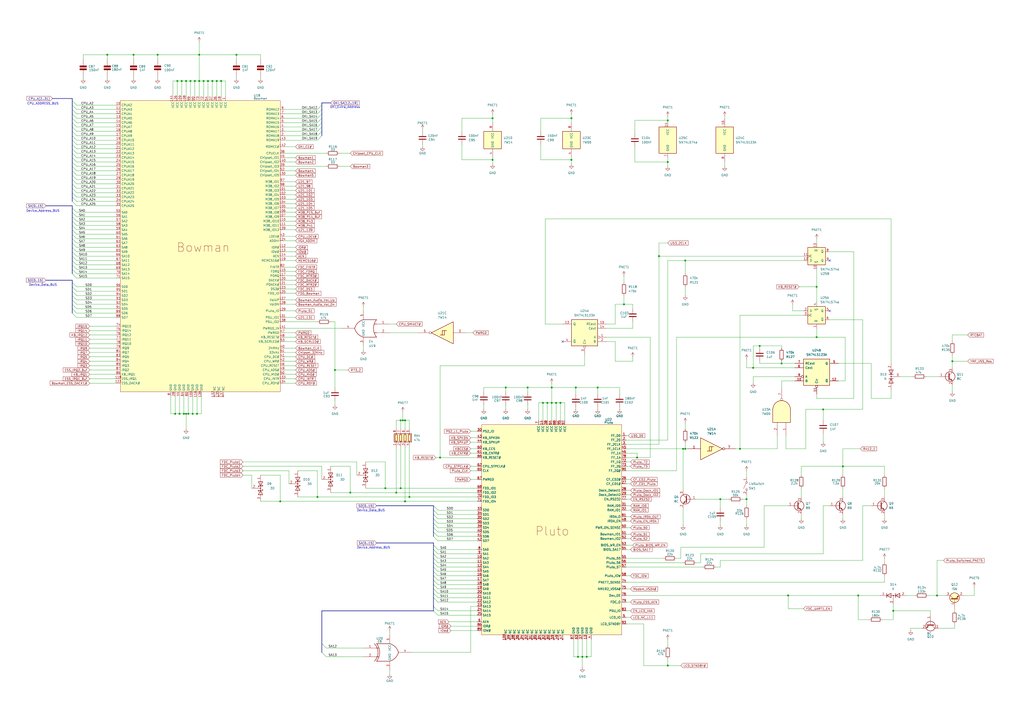
<source format=kicad_sch>
(kicad_sch (version 20250114) (generator "eeschema") (generator_version "9.0")
  (paper "A2")
  (title_block (title "PC110") (company "Recreated by: Ahmad Byagowi"))
  (text "OKI_Extra_Address" (at 200.152 62.23 0) (effects (font (size 1.27 1.27))))
  (text "CPU_ADDRESS_BUS" (at 24.892 60.198 0) (effects (font (size 1.27 1.27))))
  (text "Device_Data_BUS" (at 215.138 296.164 0) (effects (font (size 1.27 1.27))))
  (text "Device_Data_BUS" (at 24.892 165.354 0) (effects (font (size 1.27 1.27))))
  (text "Device_Address_BUS" (at 216.662 317.754 0) (effects (font (size 1.27 1.27))))
  (text "Device_Address_BUS" (at 24.892 122.428 0) (effects (font (size 1.27 1.27))))
  (junction (at 101.6 240.03))
  (junction (at 203.2 285.75))
  (junction (at 137.16 31.75))
  (junction (at 453.39 210.82))
  (junction (at 105.41 46.99))
  (junction (at 62.23 31.75))
  (junction (at 436.88 213.36))
  (junction (at 369.57 265.43))
  (junction (at 232.41 243.84))
  (junction (at 107.95 46.99))
  (junction (at 306.07 224.79))
  (junction (at 488.95 270.51))
  (junction (at 115.57 46.99))
  (junction (at 120.65 46.99))
  (junction (at 382.27 148.59))
  (junction (at 128.27 46.99))
  (junction (at 477.52 237.49))
  (junction (at 396.24 260.35))
  (junction (at 229.87 285.75))
  (junction (at 106.68 240.03))
  (junction (at 320.04 224.79))
  (junction (at 232.41 283.21))
  (junction (at 317.5 233.68))
  (junction (at 397.51 260.35))
  (junction (at 118.11 46.99))
  (junction (at 387.35 386.08))
  (junction (at 331.47 68.58))
  (junction (at 104.14 240.03))
  (junction (at 473.71 195.58))
  (junction (at 234.95 290.83))
  (junction (at 285.75 68.58))
  (junction (at 285.75 92.71))
  (junction (at 440.69 200.66))
  (junction (at 123.19 46.99))
  (junction (at 293.37 224.79))
  (junction (at 234.95 243.84))
  (junction (at 457.2 345.44))
  (junction (at 497.84 345.44))
  (junction (at 387.35 93.98))
  (junction (at 397.51 151.13))
  (junction (at 125.73 46.99))
  (junction (at 433.07 289.56))
  (junction (at 337.82 381))
  (junction (at 77.47 31.75))
  (junction (at 111.76 240.03))
  (junction (at 109.22 240.03))
  (junction (at 552.45 209.55))
  (junction (at 91.44 31.75))
  (junction (at 429.26 260.35))
  (junction (at 223.52 283.21))
  (junction (at 335.28 381))
  (junction (at 346.71 224.79))
  (junction (at 255.27 265.43))
  (junction (at 107.95 240.03))
  (junction (at 184.15 288.29))
  (junction (at 102.87 46.99))
  (junction (at 115.57 31.75))
  (junction (at 361.95 176.53))
  (junction (at 340.36 381))
  (junction (at 320.04 233.68))
  (junction (at 113.03 46.99))
  (junction (at 473.71 166.37))
  (junction (at 114.3 240.03))
  (junction (at 325.12 233.68))
  (junction (at 543.56 345.44))
  (junction (at 237.49 288.29))
  (junction (at 334.01 224.79))
  (junction (at 417.83 289.56))
  (junction (at 110.49 46.99))
  (junction (at 518.16 354.33))
  (junction (at 233.68 243.84))
  (junction (at 331.47 92.71))
  (junction (at 314.96 233.68))
  (junction (at 387.35 69.85))
  (junction (at 162.56 290.83))
  (junction (at 194.31 214.63))
  (junction (at 322.58 233.68))
  (no_connect (at 481.33 180.34))
  (no_connect (at 481.33 151.13))
  (no_connect (at 326.39 198.12))
  (bus_entry (at 186.69 71.12) (size -2.54 2.54))
  (bus_entry (at 41.91 71.12) (size 2.54 2.54))
  (bus_entry (at 41.91 111.76) (size 2.54 2.54))
  (bus_entry (at 41.91 148.59) (size 2.54 2.54))
  (bus_entry (at 251.46 323.85) (size 2.54 2.54))
  (bus_entry (at 41.91 128.27) (size 2.54 2.54))
  (bus_entry (at 41.91 176.53) (size 2.54 2.54))
  (bus_entry (at 41.91 76.2) (size 2.54 2.54))
  (bus_entry (at 251.46 316.23) (size 2.54 2.54))
  (bus_entry (at 41.91 73.66) (size 2.54 2.54))
  (bus_entry (at 251.46 339.09) (size 2.54 2.54))
  (bus_entry (at 41.91 96.52) (size 2.54 2.54))
  (bus_entry (at 251.46 331.47) (size 2.54 2.54))
  (bus_entry (at 41.91 93.98) (size 2.54 2.54))
  (bus_entry (at 41.91 83.82) (size 2.54 2.54))
  (bus_entry (at 251.46 306.07) (size 2.54 2.54))
  (bus_entry (at 41.91 143.51) (size 2.54 2.54))
  (bus_entry (at 41.91 114.3) (size 2.54 2.54))
  (bus_entry (at 41.91 58.42) (size 2.54 2.54))
  (bus_entry (at 251.46 341.63) (size 2.54 2.54))
  (bus_entry (at 186.69 76.2) (size -2.54 2.54))
  (bus_entry (at 41.91 130.81) (size 2.54 2.54))
  (bus_entry (at 186.69 73.66) (size -2.54 2.54))
  (bus_entry (at 41.91 123.19) (size 2.54 2.54))
  (bus_entry (at 41.91 168.91) (size 2.54 2.54))
  (bus_entry (at 251.46 336.55) (size 2.54 2.54))
  (bus_entry (at 186.69 373.38) (size 2.54 2.54))
  (bus_entry (at 41.91 151.13) (size 2.54 2.54))
  (bus_entry (at 41.91 66.04) (size 2.54 2.54))
  (bus_entry (at 186.69 78.74) (size -2.54 2.54))
  (bus_entry (at 41.91 116.84) (size 2.54 2.54))
  (bus_entry (at 186.69 60.96) (size -2.54 2.54))
  (bus_entry (at 251.46 295.91) (size 2.54 2.54))
  (bus_entry (at 41.91 81.28) (size 2.54 2.54))
  (bus_entry (at 41.91 86.36) (size 2.54 2.54))
  (bus_entry (at 251.46 308.61) (size 2.54 2.54))
  (bus_entry (at 251.46 344.17) (size 2.54 2.54))
  (bus_entry (at 251.46 311.15) (size 2.54 2.54))
  (bus_entry (at 251.46 326.39) (size 2.54 2.54))
  (bus_entry (at 41.91 99.06) (size 2.54 2.54))
  (bus_entry (at 251.46 334.01) (size 2.54 2.54))
  (bus_entry (at 41.91 153.67) (size 2.54 2.54))
  (bus_entry (at 41.91 109.22) (size 2.54 2.54))
  (bus_entry (at 251.46 303.53) (size 2.54 2.54))
  (bus_entry (at 41.91 163.83) (size 2.54 2.54))
  (bus_entry (at 186.69 63.5) (size -2.54 2.54))
  (bus_entry (at 41.91 60.96) (size 2.54 2.54))
  (bus_entry (at 186.69 68.58) (size -2.54 2.54))
  (bus_entry (at 41.91 138.43) (size 2.54 2.54))
  (bus_entry (at 41.91 181.61) (size 2.54 2.54))
  (bus_entry (at 41.91 171.45) (size 2.54 2.54))
  (bus_entry (at 251.46 346.71) (size 2.54 2.54))
  (bus_entry (at 41.91 91.44) (size 2.54 2.54))
  (bus_entry (at 251.46 354.33) (size 2.54 2.54))
  (bus_entry (at 41.91 135.89) (size 2.54 2.54))
  (bus_entry (at 41.91 63.5) (size 2.54 2.54))
  (bus_entry (at 251.46 298.45) (size 2.54 2.54))
  (bus_entry (at 41.91 125.73) (size 2.54 2.54))
  (bus_entry (at 186.69 66.04) (size -2.54 2.54))
  (bus_entry (at 41.91 146.05) (size 2.54 2.54))
  (bus_entry (at 41.91 68.58) (size 2.54 2.54))
  (bus_entry (at 251.46 351.79) (size 2.54 2.54))
  (bus_entry (at 251.46 318.77) (size 2.54 2.54))
  (bus_entry (at 41.91 120.65) (size 2.54 2.54))
  (bus_entry (at 41.91 88.9) (size 2.54 2.54))
  (bus_entry (at 41.91 78.74) (size 2.54 2.54))
  (bus_entry (at 251.46 321.31) (size 2.54 2.54))
  (bus_entry (at 41.91 166.37) (size 2.54 2.54))
  (bus_entry (at 41.91 104.14) (size 2.54 2.54))
  (bus_entry (at 41.91 106.68) (size 2.54 2.54))
  (bus_entry (at 41.91 156.21) (size 2.54 2.54))
  (bus_entry (at 41.91 140.97) (size 2.54 2.54))
  (bus_entry (at 41.91 101.6) (size 2.54 2.54))
  (bus_entry (at 251.46 328.93) (size 2.54 2.54))
  (bus_entry (at 41.91 173.99) (size 2.54 2.54))
  (bus_entry (at 41.91 158.75) (size 2.54 2.54))
  (bus_entry (at 251.46 293.37) (size 2.54 2.54))
  (bus_entry (at 41.91 133.35) (size 2.54 2.54))
  (bus_entry (at 41.91 179.07) (size 2.54 2.54))
  (bus_entry (at 251.46 300.99) (size 2.54 2.54))
  (bus_entry (at 186.69 378.46) (size 2.54 2.54))
  (wire (pts (xy 273.05 378.46) (xy 273.05 351.79)))
  (wire (pts (xy 543.56 345.44) (xy 543.56 325.12)))
  (wire (pts (xy 273.05 270.51) (xy 276.86 270.51)))
  (wire (pts (xy 363.22 345.44) (xy 457.2 345.44)))
  (wire (pts (xy 552.45 209.55) (xy 552.45 213.36)))
  (wire (pts (xy 363.22 323.85) (xy 384.81 323.85)))
  (wire (pts (xy 254 308.61) (xy 276.86 308.61)))
  (wire (pts (xy 436.88 213.36) (xy 461.01 213.36)))
  (wire (pts (xy 165.1 193.04) (xy 171.45 193.04)))
  (wire (pts (xy 165.1 71.12) (xy 184.15 71.12)))
  (bus (pts (xy 191.77 59.69) (xy 186.69 59.69)))
  (wire (pts (xy 473.71 231.14) (xy 495.3 231.14)))
  (wire (pts (xy 392.43 323.85) (xy 394.97 323.85)))
  (wire (pts (xy 254 334.01) (xy 276.86 334.01)))
  (wire (pts (xy 363.22 255.27) (xy 387.35 255.27)))
  (wire (pts (xy 52.07 196.85) (xy 67.31 196.85)))
  (bus (pts (xy 251.46 293.37) (xy 251.46 295.91)))
  (wire (pts (xy 44.45 123.19) (xy 67.31 123.19)))
  (wire (pts (xy 457.2 345.44) (xy 497.84 345.44)))
  (wire (pts (xy 453.39 220.98) (xy 461.01 220.98)))
  (wire (pts (xy 44.45 116.84) (xy 67.31 116.84)))
  (wire (pts (xy 162.56 290.83) (xy 234.95 290.83)))
  (wire (pts (xy 417.83 289.56) (xy 422.91 289.56)))
  (wire (pts (xy 342.9 370.84) (xy 342.9 381)))
  (wire (pts (xy 165.1 113.03) (xy 171.45 113.03)))
  (wire (pts (xy 488.95 270.51) (xy 488.95 275.59)))
  (bus (pts (xy 251.46 326.39) (xy 251.46 323.85)))
  (wire (pts (xy 110.49 46.99) (xy 110.49 55.88)))
  (wire (pts (xy 335.28 381) (xy 332.74 381)))
  (wire (pts (xy 440.69 200.66) (xy 436.88 200.66)))
  (wire (pts (xy 285.75 66.04) (xy 285.75 68.58)))
  (wire (pts (xy 260.35 360.68) (xy 276.86 360.68)))
  (bus (pts (xy 186.69 76.2) (xy 186.69 73.66)))
  (wire (pts (xy 368.3 77.47) (xy 368.3 69.85)))
  (wire (pts (xy 255.27 212.09) (xy 339.09 212.09)))
  (wire (pts (xy 104.14 240.03) (xy 101.6 240.03)))
  (wire (pts (xy 261.62 365.76) (xy 276.86 365.76)))
  (wire (pts (xy 151.13 31.75) (xy 137.16 31.75)))
  (wire (pts (xy 497.84 345.44) (xy 497.84 359.41)))
  (bus (pts (xy 41.91 143.51) (xy 41.91 140.97)))
  (wire (pts (xy 254 313.69) (xy 276.86 313.69)))
  (wire (pts (xy 429.26 182.88) (xy 429.26 260.35)))
  (wire (pts (xy 165.1 63.5) (xy 184.15 63.5)))
  (wire (pts (xy 518.16 354.33) (xy 518.16 359.41)))
  (wire (pts (xy 255.27 265.43) (xy 252.73 265.43)))
  (wire (pts (xy 62.23 45.72) (xy 62.23 44.45)))
  (wire (pts (xy 369.57 265.43) (xy 377.19 265.43)))
  (wire (pts (xy 106.68 229.87) (xy 106.68 240.03)))
  (wire (pts (xy 254 323.85) (xy 276.86 323.85)))
  (wire (pts (xy 44.45 71.12) (xy 67.31 71.12)))
  (wire (pts (xy 316.23 127) (xy 516.89 127)))
  (bus (pts (xy 186.69 60.96) (xy 186.69 59.69)))
  (wire (pts (xy 91.44 34.29) (xy 91.44 31.75)))
  (wire (pts (xy 504.19 359.41) (xy 497.84 359.41)))
  (wire (pts (xy 167.64 280.67) (xy 167.64 273.05)))
  (wire (pts (xy 165.1 180.34) (xy 171.45 180.34)))
  (wire (pts (xy 539.75 354.33) (xy 518.16 354.33)))
  (wire (pts (xy 105.41 46.99) (xy 102.87 46.99)))
  (wire (pts (xy 165.1 137.16) (xy 171.45 137.16)))
  (wire (pts (xy 270.51 193.04) (xy 274.32 193.04)))
  (wire (pts (xy 387.35 91.44) (xy 387.35 93.98)))
  (wire (pts (xy 537.21 218.44) (xy 544.83 218.44)))
  (wire (pts (xy 165.1 222.25) (xy 171.45 222.25)))
  (wire (pts (xy 52.07 209.55) (xy 67.31 209.55)))
  (wire (pts (xy 62.23 31.75) (xy 77.47 31.75)))
  (wire (pts (xy 44.45 138.43) (xy 67.31 138.43)))
  (wire (pts (xy 123.19 46.99) (xy 120.65 46.99)))
  (wire (pts (xy 397.51 166.37) (xy 397.51 171.45)))
  (bus (pts (xy 251.46 344.17) (xy 251.46 341.63)))
  (bus (pts (xy 41.91 133.35) (xy 41.91 130.81)))
  (wire (pts (xy 293.37 224.79) (xy 306.07 224.79)))
  (wire (pts (xy 406.4 321.31) (xy 477.52 321.31)))
  (bus (pts (xy 41.91 81.28) (xy 41.91 78.74)))
  (wire (pts (xy 52.07 207.01) (xy 67.31 207.01)))
  (wire (pts (xy 273.05 250.19) (xy 276.86 250.19)))
  (bus (pts (xy 41.91 83.82) (xy 41.91 81.28)))
  (wire (pts (xy 363.22 299.72) (xy 365.76 299.72)))
  (bus (pts (xy 218.44 314.96) (xy 251.46 314.96)))
  (wire (pts (xy 477.52 293.37) (xy 481.33 293.37)))
  (wire (pts (xy 44.45 128.27) (xy 67.31 128.27)))
  (wire (pts (xy 44.45 99.06) (xy 67.31 99.06)))
  (wire (pts (xy 403.86 326.39) (xy 406.4 326.39)))
  (wire (pts (xy 363.22 289.56) (xy 365.76 289.56)))
  (wire (pts (xy 254 339.09) (xy 276.86 339.09)))
  (wire (pts (xy 245.11 85.09) (xy 245.11 83.82)))
  (bus (pts (xy 251.46 331.47) (xy 251.46 328.93)))
  (wire (pts (xy 165.1 88.9) (xy 189.23 88.9)))
  (wire (pts (xy 553.72 353.06) (xy 553.72 354.33)))
  (bus (pts (xy 41.91 86.36) (xy 41.91 83.82)))
  (bus (pts (xy 41.91 163.83) (xy 41.91 166.37)))
  (bus (pts (xy 41.91 130.81) (xy 41.91 128.27)))
  (bus (pts (xy 251.46 346.71) (xy 251.46 344.17)))
  (wire (pts (xy 254 306.07) (xy 276.86 306.07)))
  (wire (pts (xy 516.89 127) (xy 516.89 210.82)))
  (bus (pts (xy 41.91 156.21) (xy 41.91 153.67)))
  (bus (pts (xy 251.46 346.71) (xy 251.46 351.79)))
  (wire (pts (xy 44.45 151.13) (xy 67.31 151.13)))
  (wire (pts (xy 430.53 289.56) (xy 433.07 289.56)))
  (wire (pts (xy 165.1 154.94) (xy 171.45 154.94)))
  (wire (pts (xy 377.19 195.58) (xy 351.79 195.58)))
  (bus (pts (xy 251.46 308.61) (xy 251.46 311.15)))
  (wire (pts (xy 48.26 45.72) (xy 48.26 44.45)))
  (wire (pts (xy 48.26 31.75) (xy 62.23 31.75)))
  (wire (pts (xy 363.22 312.42) (xy 365.76 312.42)))
  (wire (pts (xy 325.12 233.68) (xy 325.12 243.84)))
  (wire (pts (xy 237.49 243.84) (xy 234.95 243.84)))
  (wire (pts (xy 544.83 364.49) (xy 553.72 364.49)))
  (wire (pts (xy 44.45 73.66) (xy 67.31 73.66)))
  (wire (pts (xy 433.07 287.02) (xy 433.07 289.56)))
  (wire (pts (xy 44.45 93.98) (xy 67.31 93.98)))
  (wire (pts (xy 488.95 270.51) (xy 488.95 260.35)))
  (wire (pts (xy 165.1 148.59) (xy 171.45 148.59)))
  (wire (pts (xy 464.82 283.21) (xy 464.82 288.29)))
  (wire (pts (xy 44.45 130.81) (xy 67.31 130.81)))
  (bus (pts (xy 186.69 73.66) (xy 186.69 71.12)))
  (wire (pts (xy 165.1 207.01) (xy 171.45 207.01)))
  (wire (pts (xy 184.15 288.29) (xy 237.49 288.29)))
  (wire (pts (xy 273.05 278.13) (xy 276.86 278.13)))
  (wire (pts (xy 488.95 288.29) (xy 488.95 283.21)))
  (wire (pts (xy 426.72 260.35) (xy 429.26 260.35)))
  (wire (pts (xy 273.05 254) (xy 276.86 254)))
  (wire (pts (xy 363.22 280.67) (xy 365.76 280.67)))
  (wire (pts (xy 165.1 101.6) (xy 171.45 101.6)))
  (wire (pts (xy 466.09 180.34) (xy 459.74 180.34)))
  (wire (pts (xy 488.95 300.99) (xy 488.95 298.45)))
  (wire (pts (xy 293.37 227.33) (xy 293.37 224.79)))
  (wire (pts (xy 184.15 273.05) (xy 172.72 273.05)))
  (wire (pts (xy 165.1 212.09) (xy 171.45 212.09)))
  (bus (pts (xy 41.91 111.76) (xy 41.91 109.22)))
  (wire (pts (xy 327.66 243.84) (xy 327.66 233.68)))
  (wire (pts (xy 538.48 345.44) (xy 543.56 345.44)))
  (wire (pts (xy 101.6 229.87) (xy 101.6 240.03)))
  (wire (pts (xy 464.82 300.99) (xy 464.82 298.45)))
  (wire (pts (xy 440.69 210.82) (xy 440.69 209.55)))
  (wire (pts (xy 165.1 105.41) (xy 171.45 105.41)))
  (wire (pts (xy 363.22 349.25) (xy 365.76 349.25)))
  (wire (pts (xy 226.06 391.16) (xy 226.06 388.62)))
  (wire (pts (xy 363.22 328.93) (xy 407.67 328.93)))
  (wire (pts (xy 146.05 283.21) (xy 146.05 275.59)))
  (wire (pts (xy 337.82 381) (xy 340.36 381)))
  (bus (pts (xy 41.91 158.75) (xy 41.91 156.21)))
  (bus (pts (xy 41.91 106.68) (xy 41.91 104.14)))
  (wire (pts (xy 52.07 191.77) (xy 67.31 191.77)))
  (wire (pts (xy 363.22 358.14) (xy 365.76 358.14)))
  (wire (pts (xy 114.3 240.03) (xy 111.76 240.03)))
  (bus (pts (xy 41.91 101.6) (xy 41.91 99.06)))
  (wire (pts (xy 453.39 200.66) (xy 440.69 200.66)))
  (wire (pts (xy 306.07 234.95) (xy 306.07 237.49)))
  (bus (pts (xy 41.91 128.27) (xy 41.91 125.73)))
  (wire (pts (xy 285.75 92.71) (xy 285.75 95.25)))
  (wire (pts (xy 280.67 224.79) (xy 293.37 224.79)))
  (wire (pts (xy 140.97 273.05) (xy 167.64 273.05)))
  (wire (pts (xy 165.1 214.63) (xy 171.45 214.63)))
  (wire (pts (xy 500.38 293.37) (xy 505.46 293.37)))
  (wire (pts (xy 397.51 260.35) (xy 398.78 260.35)))
  (bus (pts (xy 251.46 298.45) (xy 251.46 300.99)))
  (wire (pts (xy 203.2 285.75) (xy 229.87 285.75)))
  (bus (pts (xy 41.91 168.91) (xy 41.91 171.45)))
  (wire (pts (xy 44.45 173.99) (xy 67.31 173.99)))
  (wire (pts (xy 488.95 270.51) (xy 513.08 270.51)))
  (wire (pts (xy 565.15 345.44) (xy 558.8 345.44)))
  (wire (pts (xy 226.06 193.04) (xy 242.57 193.04)))
  (wire (pts (xy 415.29 328.93) (xy 417.83 328.93)))
  (wire (pts (xy 223.52 267.97) (xy 212.09 267.97)))
  (wire (pts (xy 382.27 148.59) (xy 466.09 148.59)))
  (wire (pts (xy 346.71 237.49) (xy 346.71 236.22)))
  (bus (pts (xy 41.91 114.3) (xy 41.91 111.76)))
  (wire (pts (xy 369.57 262.89) (xy 369.57 265.43)))
  (wire (pts (xy 52.07 222.25) (xy 67.31 222.25)))
  (wire (pts (xy 165.1 162.56) (xy 171.45 162.56)))
  (wire (pts (xy 440.69 200.66) (xy 440.69 201.93)))
  (wire (pts (xy 340.36 381) (xy 342.9 381)))
  (wire (pts (xy 116.84 240.03) (xy 114.3 240.03)))
  (bus (pts (xy 41.91 99.06) (xy 41.91 96.52)))
  (wire (pts (xy 403.86 289.56) (xy 417.83 289.56)))
  (wire (pts (xy 334.01 237.49) (xy 334.01 236.22)))
  (wire (pts (xy 255.27 212.09) (xy 255.27 265.43)))
  (wire (pts (xy 165.1 143.51) (xy 171.45 143.51)))
  (wire (pts (xy 207.01 267.97) (xy 207.01 275.59)))
  (bus (pts (xy 251.46 328.93) (xy 251.46 326.39)))
  (wire (pts (xy 440.69 210.82) (xy 453.39 210.82)))
  (wire (pts (xy 261.62 363.22) (xy 276.86 363.22)))
  (wire (pts (xy 433.07 289.56) (xy 433.07 293.37)))
  (wire (pts (xy 317.5 233.68) (xy 317.5 243.84)))
  (wire (pts (xy 165.1 186.69) (xy 184.15 186.69)))
  (bus (pts (xy 41.91 109.22) (xy 41.91 106.68)))
  (wire (pts (xy 44.45 109.22) (xy 67.31 109.22)))
  (wire (pts (xy 363.22 278.13) (xy 365.76 278.13)))
  (wire (pts (xy 113.03 46.99) (xy 110.49 46.99)))
  (wire (pts (xy 223.52 283.21) (xy 223.52 267.97)))
  (bus (pts (xy 186.69 373.38) (xy 186.69 378.46)))
  (wire (pts (xy 382.27 257.81) (xy 382.27 148.59)))
  (wire (pts (xy 109.22 240.03) (xy 107.95 240.03)))
  (wire (pts (xy 367.03 207.01) (xy 367.03 209.55)))
  (wire (pts (xy 165.1 160.02) (xy 171.45 160.02)))
  (wire (pts (xy 334.01 224.79) (xy 334.01 228.6)))
  (wire (pts (xy 254 303.53) (xy 276.86 303.53)))
  (wire (pts (xy 368.3 93.98) (xy 387.35 93.98)))
  (bus (pts (xy 186.69 71.12) (xy 186.69 68.58)))
  (wire (pts (xy 162.56 290.83) (xy 162.56 275.59)))
  (wire (pts (xy 453.39 224.79) (xy 453.39 220.98)))
  (wire (pts (xy 115.57 46.99) (xy 115.57 55.88)))
  (bus (pts (xy 41.91 116.84) (xy 41.91 114.3)))
  (wire (pts (xy 477.52 237.49) (xy 500.38 237.49)))
  (wire (pts (xy 191.77 285.75) (xy 203.2 285.75)))
  (bus (pts (xy 41.91 179.07) (xy 41.91 181.61)))
  (wire (pts (xy 363.22 337.82) (xy 513.08 337.82)))
  (wire (pts (xy 417.83 302.26) (xy 417.83 304.8)))
  (wire (pts (xy 151.13 290.83) (xy 162.56 290.83)))
  (wire (pts (xy 387.35 69.85) (xy 387.35 71.12)))
  (wire (pts (xy 314.96 233.68) (xy 312.42 233.68)))
  (wire (pts (xy 186.69 278.13) (xy 186.69 270.51)))
  (wire (pts (xy 165.1 170.18) (xy 171.45 170.18)))
  (wire (pts (xy 363.22 309.88) (xy 365.76 309.88)))
  (wire (pts (xy 44.45 184.15) (xy 67.31 184.15)))
  (wire (pts (xy 477.52 321.31) (xy 477.52 293.37)))
  (wire (pts (xy 457.2 353.06) (xy 457.2 345.44)))
  (wire (pts (xy 165.1 176.53) (xy 171.45 176.53)))
  (wire (pts (xy 518.16 350.52) (xy 518.16 354.33)))
  (wire (pts (xy 529.59 218.44) (xy 521.97 218.44)))
  (wire (pts (xy 52.07 201.93) (xy 67.31 201.93)))
  (wire (pts (xy 165.1 93.98) (xy 171.45 93.98)))
  (wire (pts (xy 387.35 370.84) (xy 387.35 374.65)))
  (bus (pts (xy 41.91 166.37) (xy 41.91 168.91)))
  (wire (pts (xy 44.45 88.9) (xy 67.31 88.9)))
  (wire (pts (xy 44.45 179.07) (xy 67.31 179.07)))
  (wire (pts (xy 171.45 184.15) (xy 165.1 184.15)))
  (wire (pts (xy 52.07 194.31) (xy 67.31 194.31)))
  (wire (pts (xy 44.45 66.04) (xy 67.31 66.04)))
  (wire (pts (xy 107.95 240.03) (xy 107.95 248.92)))
  (wire (pts (xy 151.13 34.29) (xy 151.13 31.75)))
  (wire (pts (xy 453.39 209.55) (xy 453.39 210.82)))
  (bus (pts (xy 251.46 336.55) (xy 251.46 334.01)))
  (wire (pts (xy 165.1 125.73) (xy 171.45 125.73)))
  (wire (pts (xy 234.95 243.84) (xy 233.68 243.84)))
  (wire (pts (xy 102.87 46.99) (xy 102.87 55.88)))
  (bus (pts (xy 41.91 140.97) (xy 41.91 138.43)))
  (wire (pts (xy 397.51 151.13) (xy 397.51 158.75)))
  (wire (pts (xy 420.37 67.31) (xy 420.37 68.58)))
  (wire (pts (xy 397.51 151.13) (xy 466.09 151.13)))
  (wire (pts (xy 229.87 285.75) (xy 276.86 285.75)))
  (bus (pts (xy 41.91 153.67) (xy 41.91 151.13)))
  (wire (pts (xy 77.47 34.29) (xy 77.47 31.75)))
  (bus (pts (xy 26.67 119.38) (xy 41.91 119.38)))
  (wire (pts (xy 254 346.71) (xy 276.86 346.71)))
  (wire (pts (xy 477.52 251.46) (xy 477.52 256.54)))
  (bus (pts (xy 41.91 123.19) (xy 41.91 120.65)))
  (wire (pts (xy 397.51 245.11) (xy 397.51 248.92)))
  (wire (pts (xy 361.95 171.45) (xy 361.95 176.53)))
  (wire (pts (xy 101.6 240.03) (xy 99.06 240.03)))
  (wire (pts (xy 109.22 229.87) (xy 109.22 240.03)))
  (wire (pts (xy 184.15 288.29) (xy 184.15 273.05)))
  (wire (pts (xy 165.1 78.74) (xy 184.15 78.74)))
  (wire (pts (xy 473.71 228.6) (xy 473.71 231.14)))
  (wire (pts (xy 203.2 270.51) (xy 191.77 270.51)))
  (wire (pts (xy 367.03 190.5) (xy 367.03 186.69)))
  (bus (pts (xy 30.48 57.15) (xy 41.91 57.15)))
  (wire (pts (xy 351.79 190.5) (xy 367.03 190.5)))
  (bus (pts (xy 41.91 176.53) (xy 41.91 179.07)))
  (wire (pts (xy 361.95 176.53) (xy 367.03 176.53)))
  (wire (pts (xy 417.83 325.12) (xy 500.38 325.12)))
  (wire (pts (xy 387.35 255.27) (xy 387.35 151.13)))
  (bus (pts (xy 41.91 148.59) (xy 41.91 146.05)))
  (wire (pts (xy 52.07 214.63) (xy 67.31 214.63)))
  (wire (pts (xy 392.43 273.05) (xy 392.43 195.58)))
  (wire (pts (xy 189.23 381) (xy 210.82 381)))
  (bus (pts (xy 251.46 354.33) (xy 251.46 351.79)))
  (wire (pts (xy 44.45 181.61) (xy 67.31 181.61)))
  (wire (pts (xy 255.27 265.43) (xy 276.86 265.43)))
  (wire (pts (xy 356.87 209.55) (xy 356.87 198.12)))
  (wire (pts (xy 368.3 69.85) (xy 387.35 69.85)))
  (wire (pts (xy 513.08 270.51) (xy 513.08 275.59)))
  (wire (pts (xy 359.41 224.79) (xy 359.41 228.6)))
  (wire (pts (xy 356.87 187.96) (xy 356.87 176.53)))
  (wire (pts (xy 254 354.33) (xy 276.86 354.33)))
  (wire (pts (xy 361.95 160.02) (xy 361.95 163.83)))
  (wire (pts (xy 473.71 156.21) (xy 473.71 166.37)))
  (wire (pts (xy 254 349.25) (xy 276.86 349.25)))
  (wire (pts (xy 229.87 259.08) (xy 229.87 285.75)))
  (wire (pts (xy 513.08 334.01) (xy 513.08 337.82)))
  (bus (pts (xy 41.91 71.12) (xy 41.91 68.58)))
  (wire (pts (xy 233.68 243.84) (xy 232.41 243.84)))
  (wire (pts (xy 359.41 237.49) (xy 359.41 236.22)))
  (wire (pts (xy 267.97 92.71) (xy 267.97 83.82)))
  (wire (pts (xy 387.35 67.31) (xy 387.35 69.85)))
  (bus (pts (xy 41.91 63.5) (xy 41.91 60.96)))
  (wire (pts (xy 473.71 195.58) (xy 473.71 190.5)))
  (wire (pts (xy 165.1 195.58) (xy 171.45 195.58)))
  (wire (pts (xy 363.22 318.77) (xy 365.76 318.77)))
  (wire (pts (xy 120.65 46.99) (xy 120.65 55.88)))
  (bus (pts (xy 26.67 162.56) (xy 41.91 162.56)))
  (bus (pts (xy 251.46 306.07) (xy 251.46 308.61)))
  (wire (pts (xy 273.05 260.35) (xy 276.86 260.35)))
  (wire (pts (xy 125.73 46.99) (xy 123.19 46.99)))
  (wire (pts (xy 104.14 229.87) (xy 104.14 240.03)))
  (wire (pts (xy 490.22 195.58) (xy 473.71 195.58)))
  (wire (pts (xy 387.35 151.13) (xy 397.51 151.13)))
  (wire (pts (xy 464.82 270.51) (xy 488.95 270.51)))
  (wire (pts (xy 363.22 252.73) (xy 364.49 252.73)))
  (bus (pts (xy 41.91 138.43) (xy 41.91 135.89)))
  (wire (pts (xy 486.41 220.98) (xy 490.22 220.98)))
  (wire (pts (xy 314.96 233.68) (xy 314.96 243.84)))
  (wire (pts (xy 203.2 285.75) (xy 203.2 270.51)))
  (wire (pts (xy 453.39 201.93) (xy 453.39 200.66)))
  (wire (pts (xy 229.87 243.84) (xy 229.87 248.92)))
  (wire (pts (xy 340.36 370.84) (xy 340.36 381)))
  (wire (pts (xy 137.16 45.72) (xy 137.16 44.45)))
  (wire (pts (xy 165.1 133.35) (xy 171.45 133.35)))
  (bus (pts (xy 186.69 354.33) (xy 251.46 354.33)))
  (wire (pts (xy 107.95 240.03) (xy 106.68 240.03)))
  (wire (pts (xy 331.47 66.04) (xy 331.47 68.58)))
  (wire (pts (xy 363.22 287.02) (xy 365.76 287.02)))
  (wire (pts (xy 322.58 233.68) (xy 320.04 233.68)))
  (wire (pts (xy 165.1 107.95) (xy 171.45 107.95)))
  (wire (pts (xy 417.83 294.64) (xy 417.83 289.56)))
  (bus (pts (xy 41.91 162.56) (xy 41.91 163.83)))
  (wire (pts (xy 473.71 166.37) (xy 473.71 175.26)))
  (wire (pts (xy 165.1 219.71) (xy 171.45 219.71)))
  (bus (pts (xy 41.91 68.58) (xy 41.91 66.04)))
  (wire (pts (xy 467.36 237.49) (xy 477.52 237.49)))
  (wire (pts (xy 165.1 120.65) (xy 171.45 120.65)))
  (wire (pts (xy 337.82 381) (xy 335.28 381)))
  (wire (pts (xy 165.1 118.11) (xy 171.45 118.11)))
  (bus (pts (xy 41.91 146.05) (xy 41.91 143.51)))
  (wire (pts (xy 115.57 31.75) (xy 115.57 46.99)))
  (wire (pts (xy 473.71 138.43) (xy 473.71 140.97)))
  (wire (pts (xy 363.22 257.81) (xy 382.27 257.81)))
  (wire (pts (xy 513.08 283.21) (xy 513.08 288.29)))
  (wire (pts (xy 280.67 227.33) (xy 280.67 224.79)))
  (wire (pts (xy 331.47 91.44) (xy 331.47 92.71)))
  (wire (pts (xy 254 298.45) (xy 276.86 298.45)))
  (wire (pts (xy 363.22 262.89) (xy 369.57 262.89)))
  (wire (pts (xy 137.16 34.29) (xy 137.16 31.75)))
  (wire (pts (xy 44.45 63.5) (xy 67.31 63.5)))
  (wire (pts (xy 420.37 93.98) (xy 420.37 96.52)))
  (bus (pts (xy 251.46 300.99) (xy 251.46 303.53)))
  (wire (pts (xy 48.26 34.29) (xy 48.26 31.75)))
  (wire (pts (xy 363.22 270.51) (xy 365.76 270.51)))
  (wire (pts (xy 237.49 288.29) (xy 276.86 288.29)))
  (wire (pts (xy 44.45 171.45) (xy 67.31 171.45)))
  (wire (pts (xy 436.88 218.44) (xy 436.88 222.25)))
  (wire (pts (xy 128.27 46.99) (xy 125.73 46.99)))
  (wire (pts (xy 212.09 283.21) (xy 223.52 283.21)))
  (wire (pts (xy 44.45 106.68) (xy 67.31 106.68)))
  (wire (pts (xy 363.22 267.97) (xy 365.76 267.97)))
  (wire (pts (xy 44.45 156.21) (xy 67.31 156.21)))
  (wire (pts (xy 394.97 317.5) (xy 443.23 317.5)))
  (wire (pts (xy 331.47 68.58) (xy 313.69 68.58)))
  (wire (pts (xy 267.97 68.58) (xy 267.97 76.2)))
  (wire (pts (xy 137.16 31.75) (xy 115.57 31.75)))
  (wire (pts (xy 306.07 224.79) (xy 306.07 227.33)))
  (wire (pts (xy 313.69 68.58) (xy 313.69 76.2)))
  (wire (pts (xy 44.45 153.67) (xy 67.31 153.67)))
  (wire (pts (xy 100.33 46.99) (xy 100.33 55.88)))
  (wire (pts (xy 114.3 229.87) (xy 114.3 240.03)))
  (wire (pts (xy 363.22 260.35) (xy 396.24 260.35)))
  (wire (pts (xy 500.38 185.42) (xy 500.38 237.49)))
  (wire (pts (xy 210.82 177.8) (xy 210.82 180.34)))
  (wire (pts (xy 273.05 262.89) (xy 276.86 262.89)))
  (bus (pts (xy 41.91 96.52) (xy 41.91 93.98)))
  (wire (pts (xy 44.45 60.96) (xy 67.31 60.96)))
  (wire (pts (xy 495.3 231.14) (xy 495.3 146.05)))
  (wire (pts (xy 52.07 204.47) (xy 67.31 204.47)))
  (wire (pts (xy 433.07 213.36) (xy 436.88 213.36)))
  (wire (pts (xy 306.07 224.79) (xy 320.04 224.79)))
  (wire (pts (xy 553.72 364.49) (xy 553.72 361.95)))
  (wire (pts (xy 516.89 231.14) (xy 516.89 226.06)))
  (wire (pts (xy 273.05 351.79) (xy 276.86 351.79)))
  (wire (pts (xy 392.43 195.58) (xy 473.71 195.58)))
  (wire (pts (xy 44.45 83.82) (xy 67.31 83.82)))
  (wire (pts (xy 107.95 46.99) (xy 105.41 46.99)))
  (wire (pts (xy 125.73 46.99) (xy 125.73 55.88)))
  (bus (pts (xy 251.46 318.77) (xy 251.46 316.23)))
  (wire (pts (xy 107.95 46.99) (xy 107.95 55.88)))
  (wire (pts (xy 497.84 345.44) (xy 510.54 345.44)))
  (wire (pts (xy 254 336.55) (xy 276.86 336.55)))
  (wire (pts (xy 552.45 198.12) (xy 552.45 194.31)))
  (wire (pts (xy 397.51 256.54) (xy 397.51 260.35)))
  (wire (pts (xy 331.47 92.71) (xy 331.47 95.25)))
  (wire (pts (xy 165.1 173.99) (xy 171.45 173.99)))
  (wire (pts (xy 254 344.17) (xy 276.86 344.17)))
  (wire (pts (xy 165.1 85.09) (xy 171.45 85.09)))
  (bus (pts (xy 186.69 78.74) (xy 186.69 76.2)))
  (wire (pts (xy 254 328.93) (xy 276.86 328.93)))
  (wire (pts (xy 481.33 185.42) (xy 500.38 185.42)))
  (wire (pts (xy 363.22 273.05) (xy 392.43 273.05)))
  (wire (pts (xy 165.1 165.1) (xy 171.45 165.1)))
  (wire (pts (xy 363.22 361.95) (xy 373.38 361.95)))
  (wire (pts (xy 273.05 256.54) (xy 276.86 256.54)))
  (bus (pts (xy 41.91 78.74) (xy 41.91 76.2)))
  (wire (pts (xy 450.85 252.73) (xy 450.85 260.35)))
  (wire (pts (xy 317.5 233.68) (xy 314.96 233.68)))
  (wire (pts (xy 237.49 248.92) (xy 237.49 243.84)))
  (wire (pts (xy 44.45 158.75) (xy 67.31 158.75)))
  (wire (pts (xy 511.81 359.41) (xy 518.16 359.41)))
  (wire (pts (xy 373.38 386.08) (xy 387.35 386.08)))
  (bus (pts (xy 41.91 125.73) (xy 41.91 123.19)))
  (wire (pts (xy 459.74 180.34) (xy 459.74 176.53)))
  (wire (pts (xy 325.12 233.68) (xy 322.58 233.68)))
  (wire (pts (xy 165.1 66.04) (xy 184.15 66.04)))
  (wire (pts (xy 396.24 294.64) (xy 396.24 304.8)))
  (wire (pts (xy 91.44 31.75) (xy 115.57 31.75)))
  (wire (pts (xy 254 341.63) (xy 276.86 341.63)))
  (wire (pts (xy 44.45 148.59) (xy 67.31 148.59)))
  (bus (pts (xy 41.91 171.45) (xy 41.91 173.99)))
  (wire (pts (xy 356.87 176.53) (xy 361.95 176.53)))
  (wire (pts (xy 120.65 46.99) (xy 118.11 46.99)))
  (wire (pts (xy 234.95 243.84) (xy 234.95 248.92)))
  (wire (pts (xy 367.03 209.55) (xy 356.87 209.55)))
  (wire (pts (xy 165.1 157.48) (xy 171.45 157.48)))
  (wire (pts (xy 417.83 328.93) (xy 417.83 325.12)))
  (wire (pts (xy 443.23 317.5) (xy 443.23 293.37)))
  (wire (pts (xy 363.22 265.43) (xy 369.57 265.43)))
  (wire (pts (xy 382.27 148.59) (xy 382.27 140.97)))
  (wire (pts (xy 140.97 275.59) (xy 146.05 275.59)))
  (wire (pts (xy 433.07 300.99) (xy 433.07 304.8)))
  (wire (pts (xy 115.57 46.99) (xy 113.03 46.99)))
  (wire (pts (xy 110.49 46.99) (xy 107.95 46.99)))
  (wire (pts (xy 118.11 46.99) (xy 115.57 46.99)))
  (wire (pts (xy 273.05 273.05) (xy 276.86 273.05)))
  (wire (pts (xy 455.93 252.73) (xy 455.93 260.35)))
  (bus (pts (xy 251.46 341.63) (xy 251.46 339.09)))
  (wire (pts (xy 320.04 222.25) (xy 320.04 224.79)))
  (wire (pts (xy 464.82 275.59) (xy 464.82 270.51)))
  (bus (pts (xy 41.91 135.89) (xy 41.91 133.35)))
  (bus (pts (xy 41.91 93.98) (xy 41.91 91.44)))
  (bus (pts (xy 186.69 68.58) (xy 186.69 66.04)))
  (wire (pts (xy 140.97 270.51) (xy 186.69 270.51)))
  (wire (pts (xy 234.95 259.08) (xy 234.95 290.83)))
  (wire (pts (xy 189.23 375.92) (xy 210.82 375.92)))
  (wire (pts (xy 322.58 233.68) (xy 322.58 243.84)))
  (wire (pts (xy 52.07 189.23) (xy 67.31 189.23)))
  (wire (pts (xy 254 326.39) (xy 276.86 326.39)))
  (wire (pts (xy 313.69 92.71) (xy 313.69 83.82)))
  (wire (pts (xy 351.79 187.96) (xy 356.87 187.96)))
  (wire (pts (xy 165.1 115.57) (xy 171.45 115.57)))
  (wire (pts (xy 165.1 96.52) (xy 189.23 96.52)))
  (wire (pts (xy 115.57 24.13) (xy 115.57 31.75)))
  (wire (pts (xy 165.1 190.5) (xy 198.12 190.5)))
  (wire (pts (xy 52.07 219.71) (xy 67.31 219.71)))
  (wire (pts (xy 44.45 111.76) (xy 67.31 111.76)))
  (wire (pts (xy 226.06 187.96) (xy 229.87 187.96)))
  (wire (pts (xy 433.07 273.05) (xy 433.07 276.86)))
  (wire (pts (xy 130.81 55.88) (xy 130.81 46.99)))
  (wire (pts (xy 254 300.99) (xy 276.86 300.99)))
  (wire (pts (xy 237.49 259.08) (xy 237.49 288.29)))
  (wire (pts (xy 232.41 283.21) (xy 276.86 283.21)))
  (wire (pts (xy 245.11 74.93) (xy 245.11 76.2)))
  (wire (pts (xy 356.87 198.12) (xy 351.79 198.12)))
  (wire (pts (xy 165.1 68.58) (xy 184.15 68.58)))
  (wire (pts (xy 316.23 187.96) (xy 316.23 127)))
  (wire (pts (xy 99.06 240.03) (xy 99.06 229.87)))
  (wire (pts (xy 77.47 45.72) (xy 77.47 44.45)))
  (wire (pts (xy 232.41 243.84) (xy 229.87 243.84)))
  (wire (pts (xy 534.67 364.49) (xy 528.32 364.49)))
  (wire (pts (xy 194.31 186.69) (xy 191.77 186.69)))
  (wire (pts (xy 461.01 218.44) (xy 436.88 218.44)))
  (wire (pts (xy 238.76 378.46) (xy 273.05 378.46)))
  (wire (pts (xy 387.35 382.27) (xy 387.35 386.08)))
  (bus (pts (xy 41.91 173.99) (xy 41.91 176.53)))
  (wire (pts (xy 151.13 45.72) (xy 151.13 44.45)))
  (wire (pts (xy 285.75 68.58) (xy 267.97 68.58)))
  (wire (pts (xy 128.27 46.99) (xy 128.27 55.88)))
  (wire (pts (xy 335.28 370.84) (xy 335.28 381)))
  (wire (pts (xy 226.06 365.76) (xy 226.06 368.3)))
  (wire (pts (xy 254 321.31) (xy 276.86 321.31)))
  (wire (pts (xy 359.41 224.79) (xy 346.71 224.79)))
  (wire (pts (xy 463.55 166.37) (xy 473.71 166.37)))
  (wire (pts (xy 44.45 76.2) (xy 67.31 76.2)))
  (wire (pts (xy 106.68 240.03) (xy 104.14 240.03)))
  (bus (pts (xy 41.91 60.96) (xy 41.91 58.42)))
  (wire (pts (xy 368.3 85.09) (xy 368.3 93.98)))
  (wire (pts (xy 513.08 323.85) (xy 513.08 326.39)))
  (wire (pts (xy 44.45 143.51) (xy 67.31 143.51)))
  (wire (pts (xy 52.07 217.17) (xy 67.31 217.17)))
  (wire (pts (xy 44.45 125.73) (xy 67.31 125.73)))
  (wire (pts (xy 254 311.15) (xy 276.86 311.15)))
  (wire (pts (xy 52.07 212.09) (xy 67.31 212.09)))
  (wire (pts (xy 490.22 220.98) (xy 490.22 195.58)))
  (wire (pts (xy 453.39 210.82) (xy 461.01 210.82)))
  (wire (pts (xy 394.97 323.85) (xy 394.97 317.5)))
  (bus (pts (xy 41.91 76.2) (xy 41.91 73.66)))
  (wire (pts (xy 254 295.91) (xy 276.86 295.91)))
  (wire (pts (xy 285.75 92.71) (xy 267.97 92.71)))
  (wire (pts (xy 516.89 231.14) (xy 505.46 231.14)))
  (wire (pts (xy 339.09 212.09) (xy 339.09 205.74)))
  (wire (pts (xy 105.41 46.99) (xy 105.41 55.88)))
  (wire (pts (xy 44.45 81.28) (xy 67.31 81.28)))
  (wire (pts (xy 467.36 260.35) (xy 467.36 237.49)))
  (wire (pts (xy 165.1 198.12) (xy 171.45 198.12)))
  (wire (pts (xy 194.31 186.69) (xy 194.31 214.63)))
  (wire (pts (xy 165.1 151.13) (xy 171.45 151.13)))
  (wire (pts (xy 232.41 259.08) (xy 232.41 283.21)))
  (wire (pts (xy 505.46 231.14) (xy 505.46 210.82)))
  (wire (pts (xy 320.04 233.68) (xy 317.5 233.68)))
  (wire (pts (xy 123.19 46.99) (xy 123.19 55.88)))
  (wire (pts (xy 285.75 91.44) (xy 285.75 92.71)))
  (wire (pts (xy 367.03 176.53) (xy 367.03 179.07)))
  (wire (pts (xy 44.45 101.6) (xy 67.31 101.6)))
  (bus (pts (xy 251.46 323.85) (xy 251.46 321.31)))
  (bus (pts (xy 41.91 58.42) (xy 41.91 57.15)))
  (wire (pts (xy 233.68 238.76) (xy 233.68 243.84)))
  (wire (pts (xy 543.56 345.44) (xy 548.64 345.44)))
  (wire (pts (xy 44.45 78.74) (xy 67.31 78.74)))
  (wire (pts (xy 165.1 139.7) (xy 171.45 139.7)))
  (wire (pts (xy 363.22 354.33) (xy 365.76 354.33)))
  (wire (pts (xy 254 356.87) (xy 276.86 356.87)))
  (wire (pts (xy 165.1 91.44) (xy 171.45 91.44)))
  (bus (pts (xy 251.46 321.31) (xy 251.46 318.77)))
  (wire (pts (xy 488.95 260.35) (xy 499.11 260.35)))
  (wire (pts (xy 113.03 46.99) (xy 113.03 55.88)))
  (wire (pts (xy 433.07 208.28) (xy 433.07 213.36)))
  (wire (pts (xy 363.22 334.01) (xy 365.76 334.01)))
  (wire (pts (xy 77.47 31.75) (xy 91.44 31.75)))
  (wire (pts (xy 223.52 283.21) (xy 232.41 283.21)))
  (wire (pts (xy 513.08 300.99) (xy 513.08 298.45)))
  (wire (pts (xy 450.85 260.35) (xy 429.26 260.35)))
  (wire (pts (xy 552.45 205.74) (xy 552.45 209.55)))
  (bus (pts (xy 251.46 303.53) (xy 251.46 306.07)))
  (wire (pts (xy 363.22 326.39) (xy 396.24 326.39)))
  (wire (pts (xy 44.45 104.14) (xy 67.31 104.14)))
  (wire (pts (xy 165.1 110.49) (xy 171.45 110.49)))
  (wire (pts (xy 165.1 217.17) (xy 171.45 217.17)))
  (wire (pts (xy 196.85 96.52) (xy 203.2 96.52)))
  (wire (pts (xy 44.45 96.52) (xy 67.31 96.52)))
  (wire (pts (xy 363.22 306.07) (xy 365.76 306.07)))
  (wire (pts (xy 382.27 140.97) (xy 387.35 140.97)))
  (wire (pts (xy 363.22 302.26) (xy 365.76 302.26)))
  (bus (pts (xy 41.91 73.66) (xy 41.91 71.12)))
  (wire (pts (xy 331.47 68.58) (xy 331.47 71.12)))
  (wire (pts (xy 455.93 260.35) (xy 467.36 260.35)))
  (wire (pts (xy 406.4 326.39) (xy 406.4 321.31)))
  (wire (pts (xy 165.1 76.2) (xy 184.15 76.2)))
  (wire (pts (xy 196.85 88.9) (xy 203.2 88.9)))
  (wire (pts (xy 363.22 284.48) (xy 365.76 284.48)))
  (wire (pts (xy 165.1 123.19) (xy 171.45 123.19)))
  (bus (pts (xy 218.44 293.37) (xy 251.46 293.37)))
  (wire (pts (xy 543.56 325.12) (xy 547.37 325.12)))
  (wire (pts (xy 165.1 128.27) (xy 171.45 128.27)))
  (wire (pts (xy 466.09 353.06) (xy 457.2 353.06)))
  (wire (pts (xy 44.45 135.89) (xy 67.31 135.89)))
  (wire (pts (xy 165.1 167.64) (xy 171.45 167.64)))
  (wire (pts (xy 466.09 182.88) (xy 429.26 182.88)))
  (wire (pts (xy 44.45 161.29) (xy 67.31 161.29)))
  (wire (pts (xy 234.95 290.83) (xy 276.86 290.83)))
  (wire (pts (xy 387.35 93.98) (xy 387.35 96.52)))
  (wire (pts (xy 285.75 68.58) (xy 285.75 71.12)))
  (wire (pts (xy 210.82 200.66) (xy 210.82 203.2)))
  (wire (pts (xy 525.78 345.44) (xy 530.86 345.44)))
  (wire (pts (xy 443.23 293.37) (xy 457.2 293.37)))
  (wire (pts (xy 44.45 133.35) (xy 67.31 133.35)))
  (wire (pts (xy 363.22 293.37) (xy 365.76 293.37)))
  (wire (pts (xy 232.41 243.84) (xy 232.41 248.92)))
  (wire (pts (xy 326.39 187.96) (xy 316.23 187.96)))
  (bus (pts (xy 186.69 354.33) (xy 186.69 373.38)))
  (wire (pts (xy 44.45 140.97) (xy 67.31 140.97)))
  (wire (pts (xy 373.38 361.95) (xy 373.38 386.08)))
  (wire (pts (xy 194.31 214.63) (xy 194.31 224.79)))
  (wire (pts (xy 44.45 68.58) (xy 67.31 68.58)))
  (wire (pts (xy 396.24 260.35) (xy 396.24 284.48)))
  (wire (pts (xy 332.74 381) (xy 332.74 370.84)))
  (wire (pts (xy 44.45 176.53) (xy 67.31 176.53)))
  (wire (pts (xy 346.71 224.79) (xy 334.01 224.79)))
  (wire (pts (xy 552.45 194.31) (xy 561.34 194.31)))
  (wire (pts (xy 165.1 146.05) (xy 171.45 146.05)))
  (wire (pts (xy 346.71 224.79) (xy 346.71 228.6)))
  (bus (pts (xy 41.91 91.44) (xy 41.91 88.9)))
  (wire (pts (xy 477.52 243.84) (xy 477.52 237.49)))
  (wire (pts (xy 528.32 364.49) (xy 528.32 365.76)))
  (wire (pts (xy 552.45 223.52) (xy 552.45 227.33)))
  (wire (pts (xy 505.46 210.82) (xy 486.41 210.82)))
  (bus (pts (xy 41.91 151.13) (xy 41.91 148.59)))
  (wire (pts (xy 162.56 275.59) (xy 151.13 275.59)))
  (wire (pts (xy 387.35 386.08) (xy 394.97 386.08)))
  (wire (pts (xy 111.76 240.03) (xy 109.22 240.03)))
  (bus (pts (xy 41.91 88.9) (xy 41.91 86.36)))
  (wire (pts (xy 363.22 316.23) (xy 367.03 316.23)))
  (wire (pts (xy 254 318.77) (xy 276.86 318.77)))
  (wire (pts (xy 140.97 267.97) (xy 207.01 267.97)))
  (bus (pts (xy 186.69 63.5) (xy 186.69 60.96)))
  (wire (pts (xy 44.45 114.3) (xy 67.31 114.3)))
  (wire (pts (xy 111.76 229.87) (xy 111.76 240.03)))
  (wire (pts (xy 165.1 81.28) (xy 184.15 81.28)))
  (wire (pts (xy 44.45 119.38) (xy 67.31 119.38)))
  (wire (pts (xy 165.1 73.66) (xy 184.15 73.66)))
  (wire (pts (xy 500.38 325.12) (xy 500.38 293.37)))
  (wire (pts (xy 116.84 229.87) (xy 116.84 240.03)))
  (wire (pts (xy 165.1 209.55) (xy 171.45 209.55)))
  (wire (pts (xy 102.87 46.99) (xy 100.33 46.99)))
  (wire (pts (xy 312.42 233.68) (xy 312.42 243.84)))
  (wire (pts (xy 320.04 224.79) (xy 334.01 224.79)))
  (bus (pts (xy 251.46 316.23) (xy 251.46 314.96)))
  (wire (pts (xy 436.88 200.66) (xy 436.88 213.36)))
  (wire (pts (xy 337.82 370.84) (xy 337.82 381)))
  (bus (pts (xy 41.91 120.65) (xy 41.91 119.38)))
  (wire (pts (xy 165.1 99.06) (xy 171.45 99.06)))
  (wire (pts (xy 172.72 288.29) (xy 184.15 288.29)))
  (wire (pts (xy 165.1 204.47) (xy 171.45 204.47)))
  (wire (pts (xy 539.75 356.87) (xy 539.75 354.33)))
  (wire (pts (xy 254 331.47) (xy 276.86 331.47)))
  (bus (pts (xy 251.46 334.01) (xy 251.46 331.47)))
  (bus (pts (xy 186.69 66.04) (xy 186.69 63.5)))
  (wire (pts (xy 280.67 234.95) (xy 280.67 237.49)))
  (wire (pts (xy 495.3 146.05) (xy 481.33 146.05)))
  (wire (pts (xy 91.44 45.72) (xy 91.44 44.45)))
  (wire (pts (xy 44.45 91.44) (xy 67.31 91.44)))
  (wire (pts (xy 331.47 92.71) (xy 313.69 92.71)))
  (wire (pts (xy 44.45 86.36) (xy 67.31 86.36)))
  (wire (pts (xy 363.22 295.91) (xy 365.76 295.91)))
  (wire (pts (xy 44.45 146.05) (xy 67.31 146.05)))
  (wire (pts (xy 165.1 130.81) (xy 171.45 130.81)))
  (wire (pts (xy 552.45 209.55) (xy 561.34 209.55)))
  (wire (pts (xy 396.24 260.35) (xy 397.51 260.35)))
  (wire (pts (xy 363.22 341.63) (xy 365.76 341.63)))
  (wire (pts (xy 194.31 232.41) (xy 194.31 234.95)))
  (wire (pts (xy 165.1 201.93) (xy 171.45 201.93)))
  (wire (pts (xy 130.81 46.99) (xy 128.27 46.99)))
  (wire (pts (xy 44.45 166.37) (xy 67.31 166.37)))
  (wire (pts (xy 337.82 381) (xy 337.82 387.35)))
  (wire (pts (xy 44.45 168.91) (xy 67.31 168.91)))
  (bus (pts (xy 251.46 339.09) (xy 251.46 336.55)))
  (bus (pts (xy 41.91 66.04) (xy 41.91 63.5)))
  (wire (pts (xy 320.04 233.68) (xy 320.04 243.84)))
  (wire (pts (xy 565.15 340.36) (xy 565.15 345.44)))
  (wire (pts (xy 320.04 224.79) (xy 320.04 233.68)))
  (wire (pts (xy 62.23 31.75) (xy 62.23 34.29)))
  (wire (pts (xy 52.07 199.39) (xy 67.31 199.39)))
  (bus (pts (xy 251.46 295.91) (xy 251.46 298.45)))
  (wire (pts (xy 201.93 214.63) (xy 194.31 214.63)))
  (bus (pts (xy 41.91 104.14) (xy 41.91 101.6)))
  (wire (pts (xy 118.11 46.99) (xy 118.11 55.88)))
  (wire (pts (xy 293.37 234.95) (xy 293.37 237.49)))
  (wire (pts (xy 327.66 233.68) (xy 325.12 233.68)))
  (wire (pts (xy 377.19 265.43) (xy 377.19 195.58)))
  (label "SD2" (at 53.34 171.45 180))
  (label "OKI_SA18" (at 184.15 78.74 180))
  (label "SA10" (at 255.27 344.17 0))
  (label "CPU_A17" (at 46.99 99.06 0))
  (label "SA12" (at 255.27 349.25 0))
  (label "CPU_A15" (at 46.99 93.98 0))
  (label "SA11" (at 45.72 151.13 0))
  (label "OKI_SA19" (at 184.15 81.28 180))
  (label "SD1" (at 262.89 298.45 180))
  (label "SA12" (at 45.72 153.67 0))
  (label "SA7" (at 45.72 140.97 0))
  (label "CPU_A16" (at 46.99 96.52 0))
  (label "CPU_A24" (at 46.99 116.84 0))
  (label "SA0" (at 255.27 318.77 0))
  (label "SA10" (at 45.72 148.59 0))
  (label "CPU_A6" (at 46.99 71.12 0))
  (label "SA14" (at 255.27 354.33 0))
  (label "SA13" (at 190.5 381 0))
  (label "SA9" (at 45.72 146.05 0))
  (label "SA6" (at 255.27 334.01 0))
  (label "OKI_SA12" (at 184.15 63.5 180))
  (label "SD3" (at 262.89 303.53 180))
  (label "SD5" (at 53.1751 179.07 180))
  (label "CPU_A20" (at 46.99 106.68 0))
  (label "CPU_A23" (at 46.99 114.3 0))
  (label "OKI_SA16" (at 184.15 73.66 180))
  (label "SD7" (at 53.34 184.15 180))
  (label "SD6" (at 262.89 311.15 180))
  (label "SD5" (at 262.7251 308.61 180))
  (label "CPU_A10" (at 46.99 81.28 0))
  (label "CPU_A18" (at 46.99 101.6 0))
  (label "CPU_A7" (at 46.99 73.66 0))
  (label "SA4" (at 255.27 328.93 0))
  (label "SD4" (at 53.34 176.53 180))
  (label "SA14" (at 45.72 158.75 0))
  (label "CPU_A3" (at 46.99 63.5 0))
  (label "CPU_A13" (at 46.99 88.9 0))
  (label "SA1" (at 255.27 321.31 0))
  (label "SA11" (at 255.27 346.71 0))
  (label "CPU_A22" (at 46.99 111.76 0))
  (label "SA15" (at 45.72 161.29 0))
  (label "CPU_A2" (at 46.99 60.96 0))
  (label "SA8" (at 45.72 143.51 0))
  (label "CPU_A11" (at 46.99 83.82 0))
  (label "CPU_A8" (at 46.99 76.2 0))
  (label "SA7" (at 255.27 336.55 0))
  (label "SA3" (at 255.27 326.39 0))
  (label "SA1" (at 45.72 125.73 0))
  (label "SA2" (at 255.27 323.85 0))
  (label "OKI_SA13" (at 184.15 66.04 180))
  (label "SA9" (at 255.27 341.63 0))
  (label "SD1" (at 53.34 168.91 180))
  (label "SA5" (at 255.27 331.47 0))
  (label "SD7" (at 262.89 313.69 180))
  (label "CPU_A9" (at 46.99 78.74 0))
  (label "SA2" (at 45.72 128.27 0))
  (label "CPU_A5" (at 46.99 68.58 0))
  (label "CPU_A19" (at 46.99 104.14 0))
  (label "SA4" (at 45.72 133.35 0))
  (label "OKI_SA14" (at 184.15 68.58 180))
  (label "SA3" (at 45.72 130.81 0))
  (label "CPU_A25" (at 46.99 119.38 0))
  (label "SA6" (at 45.72 138.43 0))
  (label "SD2" (at 262.89 300.99 180))
  (label "SA8" (at 255.27 339.09 0))
  (label "SA0" (at 45.72 123.19 0))
  (label "CPU_A21" (at 46.99 109.22 0))
  (label "SA5" (at 45.72 135.89 0))
  (label "OKI_SA17" (at 184.15 76.2 180))
  (label "SD0" (at 53.34 166.37 180))
  (label "SA15" (at 255.27 356.87 0))
  (label "SD0" (at 262.89 295.91 180))
  (label "CPU_A14" (at 46.99 91.44 0))
  (label "SA12" (at 190.5 375.92 0))
  (label "SA13" (at 45.72 156.21 0))
  (label "OKI_SA15" (at 184.15 71.12 180))
  (label "SD3" (at 53.34 173.99 180))
  (label "SD4" (at 262.89 306.07 180))
  (label "SD6" (at 53.34 181.61 180))
  (label "CPU_A4" (at 46.99 66.04 0))
  (label "CPU_A12" (at 46.99 86.36 0))
  (global_label "Pluto_51" (shape input) (at 365.76 309.88 0) (property "Intersheetrefs" "${INTERSHEET_REFS}" (effects (hide yes))))
  (global_label "Chipset_32KHz" (shape input) (at 171.45 204.47 0) (property "Intersheetrefs" "${INTERSHEET_REFS}" (effects (hide yes))))
  (global_label "BIOS_SA17" (shape input) (at 365.76 318.77 0) (property "Intersheetrefs" "${INTERSHEET_REFS}" (effects (hide yes))))
  (global_label "M38_P41" (shape input) (at 171.45 130.81 0) (property "Intersheetrefs" "${INTERSHEET_REFS}" (effects (hide yes))))
  (global_label "EN_LCD_VAA" (shape input) (at 365.76 354.33 0) (property "Intersheetrefs" "${INTERSHEET_REFS}" (effects (hide yes))))
  (global_label "Pluto_ESS_AEN" (shape input) (at 365.76 349.25 0) (property "Intersheetrefs" "${INTERSHEET_REFS}" (effects (hide yes))))
  (global_label "IOR#" (shape input) (at 261.62 363.22 180) (property "Intersheetrefs" "${INTERSHEET_REFS}" (effects (hide yes))))
  (global_label "Pluto_72" (shape input) (at 365.76 267.97 0) (property "Intersheetrefs" "${INTERSHEET_REFS}" (effects (hide yes))))
  (global_label "SA[0..15]" (shape input) (at 26.67 119.38 180) (property "Intersheetrefs" "${INTERSHEET_REFS}" (effects (hide yes))))
  (global_label "RTCBAT" (shape input) (at 561.34 194.31 0) (property "Intersheetrefs" "${INTERSHEET_REFS}" (effects (hide yes))))
  (global_label "Bowman4" (shape input) (at 171.45 99.06 0) (property "Intersheetrefs" "${INTERSHEET_REFS}" (effects (hide yes))))
  (global_label "Pluto_50" (shape input) (at 365.76 306.07 0) (property "Intersheetrefs" "${INTERSHEET_REFS}" (effects (hide yes))))
  (global_label "ESS_IRQ1_Buf" (shape input) (at 52.07 219.71 180) (property "Intersheetrefs" "${INTERSHEET_REFS}" (effects (hide yes))))
  (global_label "U21_139" (shape input) (at 171.45 133.35 0) (property "Intersheetrefs" "${INTERSHEET_REFS}" (effects (hide yes))))
  (global_label "U21_98" (shape input) (at 171.45 107.95 0) (property "Intersheetrefs" "${INTERSHEET_REFS}" (effects (hide yes))))
  (global_label "U21_131" (shape input) (at 171.45 184.15 0) (property "Intersheetrefs" "${INTERSHEET_REFS}" (effects (hide yes))))
  (global_label "IRQ15" (shape input) (at 52.07 189.23 180) (property "Intersheetrefs" "${INTERSHEET_REFS}" (effects (hide yes))))
  (global_label "LCD_STNDBY#" (shape input) (at 394.97 386.08 0) (property "Intersheetrefs" "${INTERSHEET_REFS}" (effects (hide yes))))
  (global_label "U21_101" (shape input) (at 171.45 110.49 0) (property "Intersheetrefs" "${INTERSHEET_REFS}" (effects (hide yes))))
  (global_label "KB_RESET#" (shape input) (at 252.73 265.43 180) (property "Intersheetrefs" "${INTERSHEET_REFS}" (effects (hide yes))))
  (global_label "FDC_FDRQ" (shape input) (at 171.45 157.48 0) (property "Intersheetrefs" "${INTERSHEET_REFS}" (effects (hide yes))))
  (global_label "CPU_STPCLK#" (shape input) (at 273.05 270.51 180) (property "Intersheetrefs" "${INTERSHEET_REFS}" (effects (hide yes))))
  (global_label "SD[0..15]" (shape input) (at 26.67 162.56 180) (property "Intersheetrefs" "${INTERSHEET_REFS}" (effects (hide yes))))
  (global_label "M38_P43" (shape input) (at 171.45 128.27 0) (property "Intersheetrefs" "${INTERSHEET_REFS}" (effects (hide yes))))
  (global_label "PS2_L1_Pluto" (shape input) (at 273.05 250.19 180) (property "Intersheetrefs" "${INTERSHEET_REFS}" (effects (hide yes))))
  (global_label "CF_CD1_Pluto" (shape input) (at 365.76 280.67 0) (property "Intersheetrefs" "${INTERSHEET_REFS}" (effects (hide yes))))
  (global_label "KB_SPKDN" (shape input) (at 273.05 254 180) (property "Intersheetrefs" "${INTERSHEET_REFS}" (effects (hide yes))))
  (global_label "U53_2CLK" (shape input) (at 387.35 140.97 0) (property "Intersheetrefs" "${INTERSHEET_REFS}" (effects (hide yes))))
  (global_label "SD[0..15]" (shape input) (at 218.44 293.37 180) (property "Intersheetrefs" "${INTERSHEET_REFS}" (effects (hide yes))))
  (global_label "FDC_Pluto1" (shape input) (at 140.97 267.97 180) (property "Intersheetrefs" "${INTERSHEET_REFS}" (effects (hide yes))))
  (global_label "Pluto_Switched_PNET5" (shape input) (at 547.37 325.12 0) (property "Intersheetrefs" "${INTERSHEET_REFS}" (effects (hide yes))))
  (global_label "U21_103" (shape input) (at 171.45 115.57 0) (property "Intersheetrefs" "${INTERSHEET_REFS}" (effects (hide yes))))
  (global_label "IRQ5" (shape input) (at 52.07 207.01 180) (property "Intersheetrefs" "${INTERSHEET_REFS}" (effects (hide yes))))
  (global_label "U21_102" (shape input) (at 171.45 113.03 0) (property "Intersheetrefs" "${INTERSHEET_REFS}" (effects (hide yes))))
  (global_label "Bowman5" (shape input) (at 171.45 101.6 0) (property "Intersheetrefs" "${INTERSHEET_REFS}" (effects (hide yes))))
  (global_label "Pluto_Dock_IO1" (shape input) (at 365.76 284.48 0) (property "Intersheetrefs" "${INTERSHEET_REFS}" (effects (hide yes))))
  (global_label "CPU_RESET" (shape input) (at 171.45 212.09 0) (property "Intersheetrefs" "${INTERSHEET_REFS}" (effects (hide yes))))
  (global_label "CPU_DC#" (shape input) (at 171.45 207.01 0) (property "Intersheetrefs" "${INTERSHEET_REFS}" (effects (hide yes))))
  (global_label "AEN" (shape input) (at 260.35 360.68 180) (property "Intersheetrefs" "${INTERSHEET_REFS}" (effects (hide yes))))
  (global_label "CPU_SMIACT#" (shape input) (at 229.87 187.96 0) (property "Intersheetrefs" "${INTERSHEET_REFS}" (effects (hide yes))))
  (global_label "IRQ9" (shape input) (at 52.07 201.93 180) (property "Intersheetrefs" "${INTERSHEET_REFS}" (effects (hide yes))))
  (global_label "CPU_RDY#" (shape input) (at 171.45 222.25 0) (property "Intersheetrefs" "${INTERSHEET_REFS}" (effects (hide yes))))
  (global_label "U21_104" (shape input) (at 171.45 118.11 0) (property "Intersheetrefs" "${INTERSHEET_REFS}" (effects (hide yes))))
  (global_label "Pluto_IRDA_OUT" (shape input) (at 365.76 299.72 0) (property "Intersheetrefs" "${INTERSHEET_REFS}" (effects (hide yes))))
  (global_label "AEN" (shape input) (at 171.45 148.59 0) (property "Intersheetrefs" "${INTERSHEET_REFS}" (effects (hide yes))))
  (global_label "KB_IRQ12" (shape input) (at 52.07 194.31 180) (property "Intersheetrefs" "${INTERSHEET_REFS}" (effects (hide yes))))
  (global_label "RAM_ID1" (shape input) (at 365.76 295.91 0) (property "Intersheetrefs" "${INTERSHEET_REFS}" (effects (hide yes))))
  (global_label "FDC_Pluto2" (shape input) (at 140.97 270.51 180) (property "Intersheetrefs" "${INTERSHEET_REFS}" (effects (hide yes))))
  (global_label "IRQ3" (shape input) (at 52.07 212.09 180) (property "Intersheetrefs" "${INTERSHEET_REFS}" (effects (hide yes))))
  (global_label "KB_RESET#" (shape input) (at 463.55 166.37 180) (property "Intersheetrefs" "${INTERSHEET_REFS}" (effects (hide yes))))
  (global_label "IOW#" (shape input) (at 171.45 146.05 0) (property "Intersheetrefs" "${INTERSHEET_REFS}" (effects (hide yes))))
  (global_label "M38_P14_Buf" (shape input) (at 171.45 125.73 0) (property "Intersheetrefs" "${INTERSHEET_REFS}" (effects (hide yes))))
  (global_label "Pluto_51" (shape input) (at 171.45 180.34 0) (property "Intersheetrefs" "${INTERSHEET_REFS}" (effects (hide yes))))
  (global_label "CPU_LDEV#" (shape input) (at 171.45 137.16 0) (property "Intersheetrefs" "${INTERSHEET_REFS}" (effects (hide yes))))
  (global_label "VGA_ADDHI" (shape input) (at 171.45 139.7 0) (property "Intersheetrefs" "${INTERSHEET_REFS}" (effects (hide yes))))
  (global_label "FDC_FINTR" (shape input) (at 171.45 154.94 0) (property "Intersheetrefs" "${INTERSHEET_REFS}" (effects (hide yes))))
  (global_label "PWRGD" (shape input) (at 273.05 278.13 180) (property "Intersheetrefs" "${INTERSHEET_REFS}" (effects (hide yes))))
  (global_label "FDC_DS3" (shape input) (at 171.45 167.64 0) (property "Intersheetrefs" "${INTERSHEET_REFS}" (effects (hide yes))))
  (global_label "Bowman_Audio_Vol_Dn" (shape input) (at 171.45 176.53 0) (property "Intersheetrefs" "${INTERSHEET_REFS}" (effects (hide yes))))
  (global_label "Bowman_ESS_DACK1#" (shape input) (at 52.07 222.25 180) (property "Intersheetrefs" "${INTERSHEET_REFS}" (effects (hide yes))))
  (global_label "Bowman2" (shape input) (at 171.45 93.98 0) (property "Intersheetrefs" "${INTERSHEET_REFS}" (effects (hide yes))))
  (global_label "R412_1" (shape input) (at 499.11 260.35 0) (property "Intersheetrefs" "${INTERSHEET_REFS}" (effects (hide yes))))
  (global_label "KB_CNTR#" (shape input) (at 273.05 262.89 180) (property "Intersheetrefs" "${INTERSHEET_REFS}" (effects (hide yes))))
  (global_label "U21_97" (shape input) (at 171.45 105.41 0) (property "Intersheetrefs" "${INTERSHEET_REFS}" (effects (hide yes))))
  (global_label "FDC_DACK#" (shape input) (at 171.45 162.56 0) (property "Intersheetrefs" "${INTERSHEET_REFS}" (effects (hide yes))))
  (global_label "MEMCS16#" (shape input) (at 171.45 151.13 0) (property "Intersheetrefs" "${INTERSHEET_REFS}" (effects (hide yes))))
  (global_label "M38_P15_Buf" (shape input) (at 171.45 123.19 0) (property "Intersheetrefs" "${INTERSHEET_REFS}" (effects (hide yes))))
  (global_label "KBCCS#" (shape input) (at 273.05 260.35 180) (property "Intersheetrefs" "${INTERSHEET_REFS}" (effects (hide yes))))
  (global_label "PWRGD" (shape input) (at 274.32 193.04 0) (property "Intersheetrefs" "${INTERSHEET_REFS}" (effects (hide yes))))
  (global_label "IOR#" (shape input) (at 171.45 143.51 0) (property "Intersheetrefs" "${INTERSHEET_REFS}" (effects (hide yes))))
  (global_label "FDC_Pluto4" (shape input) (at 140.97 275.59 180) (property "Intersheetrefs" "${INTERSHEET_REFS}" (effects (hide yes))))
  (global_label "KB_IRQ1" (shape input) (at 52.07 217.17 180) (property "Intersheetrefs" "${INTERSHEET_REFS}" (effects (hide yes))))
  (global_label "ESS_IRQ2_Buf" (shape input) (at 52.07 214.63 180) (property "Intersheetrefs" "${INTERSHEET_REFS}" (effects (hide yes))))
  (global_label "FDC_MTR2#" (shape input) (at 171.45 165.1 0) (property "Intersheetrefs" "${INTERSHEET_REFS}" (effects (hide yes))))
  (global_label "CF_CD2_Pluto" (shape input) (at 365.76 278.13 0) (property "Intersheetrefs" "${INTERSHEET_REFS}" (effects (hide yes))))
  (global_label "IRQ4" (shape input) (at 52.07 209.55 180) (property "Intersheetrefs" "${INTERSHEET_REFS}" (effects (hide yes))))
  (global_label "CPU_WR#" (shape input) (at 171.45 209.55 0) (property "Intersheetrefs" "${INTERSHEET_REFS}" (effects (hide yes))))
  (global_label "YMF_VSS_Res" (shape input) (at 561.34 209.55 0) (property "Intersheetrefs" "${INTERSHEET_REFS}" (effects (hide yes))))
  (global_label "Bowman1" (shape input) (at 171.45 91.44 0) (property "Intersheetrefs" "${INTERSHEET_REFS}" (effects (hide yes))))
  (global_label "Bowman_CLK" (shape input) (at 171.45 201.93 0) (property "Intersheetrefs" "${INTERSHEET_REFS}" (effects (hide yes))))
  (global_label "Pluto_73" (shape input) (at 365.76 270.51 0) (property "Intersheetrefs" "${INTERSHEET_REFS}" (effects (hide yes))))
  (global_label "FDC_Pluto3" (shape input) (at 140.97 273.05 180) (property "Intersheetrefs" "${INTERSHEET_REFS}" (effects (hide yes))))
  (global_label "IRQ7" (shape input) (at 52.07 204.47 180) (property "Intersheetrefs" "${INTERSHEET_REFS}" (effects (hide yes))))
  (global_label "IRQ10" (shape input) (at 52.07 199.39 180) (property "Intersheetrefs" "${INTERSHEET_REFS}" (effects (hide yes))))
  (global_label "SA[0..15]" (shape input) (at 218.44 314.96 180) (property "Intersheetrefs" "${INTERSHEET_REFS}" (effects (hide yes))))
  (global_label "IOW#" (shape input) (at 261.62 365.76 180) (property "Intersheetrefs" "${INTERSHEET_REFS}" (effects (hide yes))))
  (global_label "OKI_SA[12..19]" (shape input) (at 191.77 59.69 0) (property "Intersheetrefs" "${INTERSHEET_REFS}" (effects (hide yes))))
  (global_label "FDC_MTR3#" (shape input) (at 171.45 160.02 0) (property "Intersheetrefs" "${INTERSHEET_REFS}" (effects (hide yes))))
  (global_label "Pluto_52" (shape input) (at 365.76 312.42 0) (property "Intersheetrefs" "${INTERSHEET_REFS}" (effects (hide yes))))
  (global_label "KB_SCRLED#" (shape input) (at 171.45 198.12 0) (property "Intersheetrefs" "${INTERSHEET_REFS}" (effects (hide yes))))
  (global_label "U21_105" (shape input) (at 171.45 120.65 0) (property "Intersheetrefs" "${INTERSHEET_REFS}" (effects (hide yes))))
  (global_label "CPU_MIO#" (shape input) (at 171.45 217.17 0) (property "Intersheetrefs" "${INTERSHEET_REFS}" (effects (hide yes))))
  (global_label "Bowman3" (shape input) (at 203.2 96.52 0) (property "Intersheetrefs" "${INTERSHEET_REFS}" (effects (hide yes))))
  (global_label "R73_2" (shape input) (at 201.93 214.63 0) (property "Intersheetrefs" "${INTERSHEET_REFS}" (effects (hide yes))))
  (global_label "Pluto_Dock_IO2" (shape input) (at 365.76 287.02 0) (property "Intersheetrefs" "${INTERSHEET_REFS}" (effects (hide yes))))
  (global_label "Pluto_EN_IRDA" (shape input) (at 365.76 302.26 0) (property "Intersheetrefs" "${INTERSHEET_REFS}" (effects (hide yes))))
  (global_label "KB_RESET#" (shape input) (at 171.45 195.58 0) (property "Intersheetrefs" "${INTERSHEET_REFS}" (effects (hide yes))))
  (global_label "CPU_A[2..31]" (shape input) (at 30.48 57.15 180) (property "Intersheetrefs" "${INTERSHEET_REFS}" (effects (hide yes))))
  (global_label "Bowman_Audio_Vol_Up" (shape input) (at 171.45 173.99 0) (property "Intersheetrefs" "${INTERSHEET_REFS}" (effects (hide yes))))
  (global_label "FDC_IOW" (shape input) (at 365.76 334.01 0) (property "Intersheetrefs" "${INTERSHEET_REFS}" (effects (hide yes))))
  (global_label "EN_RS232" (shape input) (at 365.76 289.56 0) (property "Intersheetrefs" "${INTERSHEET_REFS}" (effects (hide yes))))
  (global_label "CPU_INTR" (shape input) (at 171.45 219.71 0) (property "Intersheetrefs" "${INTERSHEET_REFS}" (effects (hide yes))))
  (global_label "CPU_ADS#" (shape input) (at 171.45 214.63 0) (property "Intersheetrefs" "${INTERSHEET_REFS}" (effects (hide yes))))
  (global_label "FDD_Bowman" (shape input) (at 171.45 170.18 0) (property "Intersheetrefs" "${INTERSHEET_REFS}" (effects (hide yes))))
  (global_label "Modem_VSDA#" (shape input) (at 365.76 341.63 0) (property "Intersheetrefs" "${INTERSHEET_REFS}" (effects (hide yes))))
  (global_label "Pluto_BIOS_WR_EN" (shape input) (at 367.03 316.23 0) (property "Intersheetrefs" "${INTERSHEET_REFS}" (effects (hide yes))))
  (global_label "RAM_ID0" (shape input) (at 365.76 293.37 0) (property "Intersheetrefs" "${INTERSHEET_REFS}" (effects (hide yes))))
  (global_label "Chipset_CPU_CLK" (shape input) (at 203.2 88.9 0) (property "Intersheetrefs" "${INTERSHEET_REFS}" (effects (hide yes))))
  (global_label "FDC_UART1_EN" (shape input) (at 466.09 353.06 0) (property "Intersheetrefs" "${INTERSHEET_REFS}" (effects (hide yes))))
  (global_label "OKI_CE#" (shape input) (at 171.45 85.09 0) (property "Intersheetrefs" "${INTERSHEET_REFS}" (effects (hide yes))))
  (global_label "KB_SPKUP" (shape input) (at 273.05 256.54 180) (property "Intersheetrefs" "${INTERSHEET_REFS}" (effects (hide yes))))
  (global_label "PWRGD" (shape input) (at 171.45 193.04 0) (property "Intersheetrefs" "${INTERSHEET_REFS}" (effects (hide yes))))
  (global_label "LCD_NC_L11" (shape input) (at 365.76 358.14 0) (property "Intersheetrefs" "${INTERSHEET_REFS}" (effects (hide yes))))
  (global_label "IRQ14" (shape input) (at 52.07 191.77 180) (property "Intersheetrefs" "${INTERSHEET_REFS}" (effects (hide yes))))
  (global_label "U30_D0" (shape input) (at 364.49 252.73 0) (property "Intersheetrefs" "${INTERSHEET_REFS}" (effects (hide yes))))
  (global_label "IRQ11" (shape input) (at 52.07 196.85 180) (property "Intersheetrefs" "${INTERSHEET_REFS}" (effects (hide yes))))
  (global_label "Pluto_CLK" (shape input) (at 273.05 273.05 180) (property "Intersheetrefs" "${INTERSHEET_REFS}" (effects (hide yes))))
  (symbol (lib_id "Device:C") (at 346.71 232.41 180) (unit 1)
    (property "Reference" "C101" (at 351.028 233.426 0))
    (property "Value" "1nF" (at 351.028 231.14 0))
    (property "Footprint" "Capacitor_SMD:C_0402_1005Metric" (effects (hide yes)))
  )
  (symbol (lib_id "power:VCC") (at 331.47 66.04 0) (unit 1)
    (property "Reference" "#PWR0208" (effects (hide yes)))
    (property "Value" "PNET1" (at 331.47 60.96 0))
    (property "Description" "Power symbol creates a global label with name \"VCC\"" (effects (hide yes)))
  )
  (symbol (lib_id "Device:C") (at 359.41 232.41 180) (unit 1)
    (property "Reference" "C102" (at 364.744 233.426 0))
    (property "Value" "180nF" (at 365.506 231.14 0))
    (property "Footprint" "Capacitor_SMD:C_0402_1005Metric" (effects (hide yes)))
  )
  (symbol (lib_id "Device:R") (at 187.96 186.69 90) (unit 1)
    (property "Reference" "R115" (at 187.96 182.372 90))
    (property "Value" "47k" (at 187.706 184.404 90))
    (property "Footprint" "PCM_Resistor_SMD_AKL:R_0402_1005Metric" (effects (hide yes)))
  )
  (symbol (lib_id "power:GND") (at 346.71 237.49 0) (unit 1)
    (property "Reference" "#PWR0212" (effects (hide yes)))
    (property "Value" "GND" (at 346.71 241.3 0))
    (property "Description" "Power symbol creates a global label with name \"GND\" , ground" (effects (hide yes)))
  )
  (symbol (lib_id "PCM_Transistor_BJT_AKL:Q_PNP_Generic_BEC") (at 553.72 347.98 270) (mirror x) (unit 1)
    (property "Reference" "Q12" (at 553.72 339.09 90))
    (property "Value" "IS6" (at 553.72 341.63 90))
    (property "Footprint" "PCM_Package_TO_SOT_SMD_AKL:TSOT-23" (effects (hide yes)))
  )
  (symbol (lib_id "PC110:Pluto") (at 320.04 308.61 0) (unit 1)
    (property "Reference" "U22" (at 351.028 243.332 0) (effects (justify left)))
    (property "Value" "Pluto" (at 350.52 245.11 0) (effects (justify left)))
    (property "Footprint" "PC110:Pluto" (effects (hide yes)))
  )
  (symbol (lib_id "power:GND") (at 137.16 45.72 0) (unit 1)
    (property "Reference" "#PWR0192" (effects (hide yes)))
    (property "Value" "GND" (at 137.16 50.8 0))
    (property "Description" "Power symbol creates a global label with name \"GND\" , ground" (effects (hide yes)))
  )
  (symbol (lib_id "Transistor_BJT:MMBTA44") (at 539.75 361.95 270) (unit 1)
    (property "Reference" "Q10" (at 537.718 369.316 90) (effects (justify left)))
    (property "Value" "8C" (at 537.718 367.538 90) (effects (justify left)))
    (property "Footprint" "Package_TO_SOT_SMD:SOT-416" (effects (hide yes)))
  )
  (symbol (lib_id "power:GND") (at 194.31 234.95 0) (unit 1)
    (property "Reference" "#PWR0194" (effects (hide yes)))
    (property "Value" "GND" (at 194.31 240.03 0))
    (property "Description" "Power symbol creates a global label with name \"GND\" , ground" (effects (hide yes)))
  )
  (symbol (lib_id "PCM_Elektuur:C") (at 77.47 39.37 0) (mirror x) (unit 1)
    (property "Reference" "C89" (at 80.518 38.608 0) (effects (justify left)))
    (property "Value" "1nF" (at 80.772 40.64 0) (effects (justify left)))
    (property "Footprint" "Capacitor_SMD:C_0402_1005Metric" (effects (hide yes)))
  )
  (symbol (lib_id "Device:R") (at 426.72 289.56 270) (unit 1)
    (property "Reference" "R125" (at 426.72 285.242 90))
    (property "Value" "50k" (at 426.72 287.274 90))
    (property "Footprint" "Resistor_SMD:R_0402_1005Metric" (effects (hide yes)))
  )
  (symbol (lib_id "Device:C") (at 267.97 80.01 0) (mirror y) (unit 1)
    (property "Reference" "C95" (at 271.78 81.2801 0) (effects (justify right)))
    (property "Value" "100nF" (at 271.78 78.7401 0) (effects (justify right)))
    (property "Footprint" "Capacitor_SMD:C_0402_1005Metric" (effects (hide yes)))
  )
  (symbol (lib_id "power:GND") (at 397.51 171.45 0) (unit 1)
    (property "Reference" "#PWR0220" (effects (hide yes)))
    (property "Value" "GND" (at 397.51 176.53 0))
    (property "Description" "Power symbol creates a global label with name \"GND\" , ground" (effects (hide yes)))
  )
  (symbol (lib_id "power:VCC") (at 115.57 24.13 0) (unit 1)
    (property "Reference" "#PWR0191" (effects (hide yes)))
    (property "Value" "PNET1" (at 115.57 19.05 0))
    (property "Description" "Power symbol creates a global label with name \"VCC\"" (effects (hide yes)))
  )
  (symbol (lib_id "Device:R") (at 397.51 162.56 0) (mirror y) (unit 1)
    (property "Reference" "R121" (at 400.05 163.8301 0) (effects (justify right)))
    (property "Value" "470k" (at 400.05 161.2901 0) (effects (justify right)))
    (property "Footprint" "PCM_Resistor_SMD_AKL:R_0402_1005Metric" (effects (hide yes)))
  )
  (symbol (lib_id "Device:D_Dual_Series_KAC") (at 518.16 345.44 0) (mirror y) (unit 1)
    (property "Reference" "D14" (at 518.16 339.09 0))
    (property "Value" "K" (at 518.16 341.63 0))
    (property "Footprint" "PC110:SOT-416L" (effects (hide yes)))
  )
  (symbol (lib_id "power:GND") (at 91.44 45.72 0) (unit 1)
    (property "Reference" "#PWR0189" (effects (hide yes)))
    (property "Value" "GND" (at 91.44 50.8 0))
    (property "Description" "Power symbol creates a global label with name \"GND\" , ground" (effects (hide yes)))
  )
  (symbol (lib_id "power:GND") (at 337.82 387.35 0) (unit 1)
    (property "Reference" "#PWR0211" (effects (hide yes)))
    (property "Value" "GND" (at 337.82 392.43 0))
    (property "Description" "Power symbol creates a global label with name \"GND\" , ground" (effects (hide yes)))
  )
  (symbol (lib_id "Device:R") (at 400.05 326.39 270) (unit 1)
    (property "Reference" "R123" (at 400.05 322.072 90))
    (property "Value" "22k" (at 400.05 324.104 90))
    (property "Footprint" "Resistor_SMD:R_0402_1005Metric" (effects (hide yes)))
  )
  (symbol (lib_id "Device:C") (at 334.01 232.41 180) (unit 1)
    (property "Reference" "C100" (at 338.582 233.426 0))
    (property "Value" "1nF" (at 338.582 231.14 0))
    (property "Footprint" "Capacitor_SMD:C_0402_1005Metric" (effects (hide yes)))
  )
  (symbol (lib_id "Device:R") (at 361.95 167.64 0) (unit 1)
    (property "Reference" "R118" (at 364.49 166.3699 0) (effects (justify left)))
    (property "Value" "470k" (at 364.49 168.9099 0) (effects (justify left)))
    (property "Footprint" "PCM_Resistor_SMD_AKL:R_0402_1005Metric" (effects (hide yes)))
  )
  (symbol (lib_id "Device:R") (at 533.4 218.44 270) (unit 1)
    (property "Reference" "R133" (at 533.4 213.868 90))
    (property "Value" "47k" (at 532.892 216.154 90))
    (property "Footprint" "PCM_Resistor_SMD_AKL:R_0402_1005Metric" (effects (hide yes)))
  )
  (symbol (lib_id "Device:D_Schottky_Dual_CommonCathode_AKA") (at 151.13 283.21 270) (unit 1)
    (property "Reference" "D9" (at 156.21 280.67 90))
    (property "Value" "3D" (at 157.988 283.21 90))
    (property "Footprint" "PC110:3D" (effects (hide yes)))
  )
  (symbol (lib_id "Device:R") (at 508 359.41 270) (unit 1)
    (property "Reference" "R130" (at 508 354.838 90))
    (property "Value" "180k" (at 508 357.124 90))
    (property "Footprint" "PCM_Resistor_SMD_AKL:R_0402_1005Metric" (effects (hide yes)))
  )
  (symbol (lib_id "power:GND") (at 396.24 304.8 0) (unit 1)
    (property "Reference" "#PWR0219" (effects (hide yes)))
    (property "Value" "GND" (at 396.24 309.88 0))
    (property "Description" "Power symbol creates a global label with name \"GND\" , ground" (effects (hide yes)))
  )
  (symbol (lib_id "Device:C") (at 280.67 231.14 0) (unit 1)
    (property "Reference" "C96" (at 275.844 229.87 0))
    (property "Value" "1nF" (at 275.59 231.902 0))
    (property "Footprint" "Capacitor_SMD:C_0402_1005Metric" (effects (hide yes)))
  )
  (symbol (lib_id "power:VCC") (at 285.75 66.04 0) (unit 1)
    (property "Reference" "#PWR0203" (effects (hide yes)))
    (property "Value" "PNET1" (at 285.75 60.96 0))
    (property "Description" "Power symbol creates a global label with name \"VCC\"" (effects (hide yes)))
  )
  (symbol (lib_id "Device:C") (at 367.03 182.88 0) (unit 1)
    (property "Reference" "C103" (at 362.204 181.61 0))
    (property "Value" "1uF" (at 361.95 183.642 0))
    (property "Footprint" "Capacitor_SMD:C_0603_1608Metric" (effects (hide yes)))
  )
  (symbol (lib_id "power:VCC") (at 397.51 245.11 0) (unit 1)
    (property "Reference" "#PWR0221" (effects (hide yes)))
    (property "Value" "PNET1" (at 397.51 240.03 0))
    (property "Description" "Power symbol creates a global label with name \"VCC\"" (effects (hide yes)))
  )
  (symbol (lib_id "Device:R") (at 397.51 252.73 0) (mirror y) (unit 1)
    (property "Reference" "R122" (at 400.05 254.0001 0) (effects (justify right)))
    (property "Value" "470k" (at 400.05 251.4601 0) (effects (justify right)))
    (property "Footprint" "PCM_Resistor_SMD_AKL:R_0402_1005Metric" (effects (hide yes)))
  )
  (symbol (lib_id "power:VCC") (at 420.37 67.31 0) (unit 1)
    (property "Reference" "#PWR0223" (effects (hide yes)))
    (property "Value" "PNET1" (at 420.37 62.23 0))
    (property "Description" "Power symbol creates a global label with name \"VCC\"" (effects (hide yes)))
  )
  (symbol (lib_id "power:VCC") (at 387.35 67.31 0) (unit 1)
    (property "Reference" "#PWR0216" (effects (hide yes)))
    (property "Value" "PNET1" (at 387.35 62.23 0))
    (property "Description" "Power symbol creates a global label with name \"VCC\"" (effects (hide yes)))
  )
  (symbol (lib_id "Device:C") (at 417.83 298.45 0) (mirror x) (unit 1)
    (property "Reference" "C105" (at 413.004 299.72 0))
    (property "Value" "1uF" (at 413.258 297.688 0))
    (property "Footprint" "Capacitor_SMD:C_0603_1608Metric" (effects (hide yes)))
  )
  (symbol (lib_id "PC110:Bowman") (at 115.57 144.78 0) (unit 1)
    (property "Reference" "U18" (at 147.066 55.372 0) (effects (justify left)))
    (property "Value" "Bowman" (at 147.066 57.15 0) (effects (justify left)))
    (property "Footprint" "PC110:Bowman" (effects (hide yes)))
  )
  (symbol (lib_id "Device:R") (at 453.39 205.74 0) (mirror x) (unit 1)
    (property "Reference" "R127" (at 455.93 207.0101 0) (effects (justify left)))
    (property "Value" "470k" (at 455.93 204.4701 0) (effects (justify left)))
    (property "Footprint" "PCM_Resistor_SMD_AKL:R_0402_1005Metric" (effects (hide yes)))
  )
  (symbol (lib_id "Device:D_Schottky_Dual_CommonCathode_AKA") (at 172.72 280.67 270) (unit 1)
    (property "Reference" "D10" (at 177.8 278.13 90))
    (property "Value" "3D" (at 179.578 280.67 90))
    (property "Footprint" "PC110:3D" (effects (hide yes)))
  )
  (symbol (lib_id "power:GND") (at 280.67 237.49 0) (unit 1)
    (property "Reference" "#PWR0202" (effects (hide yes)))
    (property "Value" "GND" (at 280.67 242.57 0))
    (property "Description" "Power symbol creates a global label with name \"GND\" , ground" (effects (hide yes)))
  )
  (symbol (lib_id "power:GND") (at 77.47 45.72 0) (unit 1)
    (property "Reference" "#PWR0188" (effects (hide yes)))
    (property "Value" "GND" (at 77.47 50.8 0))
    (property "Description" "Power symbol creates a global label with name \"GND\" , ground" (effects (hide yes)))
  )
  (symbol (lib_id "power:GND") (at 245.11 85.09 0) (unit 1)
    (property "Reference" "#PWR0201" (effects (hide yes)))
    (property "Value" "GND" (at 245.11 88.9 0))
    (property "Description" "Power symbol creates a global label with name \"GND\" , ground" (effects (hide yes)))
  )
  (symbol (lib_id "power:GND") (at 107.95 248.92 0) (unit 1)
    (property "Reference" "#PWR0190" (effects (hide yes)))
    (property "Value" "GND" (at 107.95 254 0))
    (property "Description" "Power symbol creates a global label with name \"GND\" , ground" (effects (hide yes)))
  )
  (symbol (lib_id "Device:C") (at 245.11 80.01 180) (unit 1)
    (property "Reference" "C94" (at 250.444 81.026 0))
    (property "Value" "120nF" (at 251.206 78.74 0))
    (property "Footprint" "Capacitor_SMD:C_0402_1005Metric" (effects (hide yes)))
  )
  (symbol (lib_id "PCM_Elektuur:C") (at 137.16 39.37 0) (mirror x) (unit 1)
    (property "Reference" "C91" (at 140.208 38.608 0) (effects (justify left)))
    (property "Value" "1nF" (at 140.462 40.64 0) (effects (justify left)))
    (property "Footprint" "Capacitor_SMD:C_0402_1005Metric" (effects (hide yes)))
  )
  (symbol (lib_id "power:VCC") (at 245.11 74.93 0) (unit 1)
    (property "Reference" "#PWR0200" (effects (hide yes)))
    (property "Value" "PNET1" (at 245.11 71.374 0))
    (property "Description" "Power symbol creates a global label with name \"VCC\"" (effects (hide yes)))
  )
  (symbol (lib_id "power:VCC") (at 387.35 370.84 0) (unit 1)
    (property "Reference" "#PWR0218" (effects (hide yes)))
    (property "Value" "PNET1" (at 387.35 365.76 0))
    (property "Description" "Power symbol creates a global label with name \"VCC\"" (effects (hide yes)))
  )
  (symbol (lib_id "Device:R") (at 513.08 330.2 0) (mirror x) (unit 1)
    (property "Reference" "R132" (at 509.016 330.962 0))
    (property "Value" "4.7k" (at 509.016 329.184 0))
    (property "Footprint" "Resistor_SMD:R_0402_1005Metric" (effects (hide yes)))
  )
  (symbol (lib_id "power:GND") (at 433.07 304.8 0) (unit 1)
    (property "Reference" "#PWR0227" (effects (hide yes)))
    (property "Value" "GND" (at 433.07 309.88 0))
    (property "Description" "Power symbol creates a global label with name \"GND\" , ground" (effects (hide yes)))
  )
  (symbol (lib_id "power:VCC") (at 513.08 323.85 0) (unit 1)
    (property "Reference" "#PWR0235" (effects (hide yes)))
    (property "Value" "PNET7" (at 513.08 318.77 0))
    (property "Description" "Power symbol creates a global label with name \"VCC\"" (effects (hide yes)))
  )
  (symbol (lib_id "Device:C") (at 194.31 228.6 0) (mirror x) (unit 1)
    (property "Reference" "C93" (at 189.484 229.87 0))
    (property "Value" "1uF" (at 189.23 227.838 0))
    (property "Footprint" "Capacitor_SMD:C_0603_1608Metric" (effects (hide yes)))
  )
  (symbol (lib_id "power:GND") (at 210.82 203.2 0) (unit 1)
    (property "Reference" "#PWR0196" (effects (hide yes)))
    (property "Value" "GND" (at 210.82 208.28 0))
    (property "Description" "Power symbol creates a global label with name \"GND\" , ground" (effects (hide yes)))
  )
  (symbol (lib_id "power:VCC") (at 233.68 238.76 0) (unit 1)
    (property "Reference" "#PWR0199" (effects (hide yes)))
    (property "Value" "PNET7" (at 233.68 233.68 0))
    (property "Description" "Power symbol creates a global label with name \"VCC\"" (effects (hide yes)))
  )
  (symbol (lib_id "Device:R") (at 464.82 279.4 0) (unit 1)
    (property "Reference" "R128" (at 460.756 278.638 0))
    (property "Value" "2.2k" (at 460.756 280.416 0))
    (property "Footprint" "Resistor_SMD:R_0402_1005Metric" (effects (hide yes)))
  )
  (symbol (lib_id "74xx:74HC123") (at 339.09 193.04 0) (mirror y) (unit 1)
    (property "Reference" "U24" (at 339.09 180.34 0))
    (property "Value" "SN74LS123A" (at 339.09 182.88 0))
    (property "Footprint" "Package_SO:TSSOP-16_4.4x5mm_P0.65mm" (effects (hide yes)))
  )
  (symbol (lib_id "power:GND") (at 151.13 45.72 0) (unit 1)
    (property "Reference" "#PWR0193" (effects (hide yes)))
    (property "Value" "GND" (at 151.13 50.8 0))
    (property "Description" "Power symbol creates a global label with name \"GND\" , ground" (effects (hide yes)))
  )
  (symbol (lib_id "power:VCC") (at 361.95 160.02 0) (unit 1)
    (property "Reference" "#PWR0214" (effects (hide yes)))
    (property "Value" "PNET1" (at 361.95 154.94 0))
    (property "Description" "Power symbol creates a global label with name \"VCC\"" (effects (hide yes)))
  )
  (symbol (lib_id "Device:C") (at 440.69 205.74 180) (unit 1)
    (property "Reference" "C106" (at 444.5 204.4699 0) (effects (justify right)))
    (property "Value" "1uF" (at 444.5 207.0099 0) (effects (justify right)))
    (property "Footprint" "Capacitor_SMD:C_0603_1608Metric" (effects (hide yes)))
  )
  (symbol (lib_id "Device:R") (at 411.48 328.93 270) (unit 1)
    (property "Reference" "R124" (at 411.48 324.612 90))
    (property "Value" "22k" (at 411.48 326.644 90))
    (property "Footprint" "Resistor_SMD:R_0402_1005Metric" (effects (hide yes)))
  )
  (symbol (lib_id "Transistor_BJT:MMBTA44") (at 549.91 218.44 0) (unit 1)
    (property "Reference" "Q11" (at 554.99 217.1699 0) (effects (justify left)))
    (property "Value" "8C" (at 554.99 219.7099 0) (effects (justify left)))
    (property "Footprint" "Package_TO_SOT_SMD:SOT-416" (effects (hide yes)))
  )
  (symbol (lib_id "power:GND") (at 285.75 95.25 0) (unit 1)
    (property "Reference" "#PWR0204" (effects (hide yes)))
    (property "Value" "GND" (at 285.75 100.33 0))
    (property "Description" "Power symbol creates a global label with name \"GND\" , ground" (effects (hide yes)))
  )
  (symbol (lib_id "Device:R") (at 387.35 378.46 0) (unit 1)
    (property "Reference" "R119" (at 383.286 377.698 0))
    (property "Value" "47k" (at 383.286 379.476 0))
    (property "Footprint" "Resistor_SMD:R_0402_1005Metric" (effects (hide yes)))
  )
  (symbol (lib_id "74xGxx:74AHC2G00") (at 453.39 237.49 270) (mirror x) (unit 1)
    (property "Reference" "U23" (at 447.04 237.5009 90) (effects (justify right)))
    (property "Value" "7W00" (at 447.04 240.0409 90) (effects (justify right)))
    (property "Footprint" "PC110:sso-8" (effects (hide yes)))
  )
  (symbol (lib_id "Device:R") (at 552.45 201.93 0) (mirror x) (unit 1)
    (property "Reference" "R135" (at 548.64 202.946 0))
    (property "Value" "470k" (at 548.64 200.66 0))
    (property "Footprint" "PCM_Resistor_SMD_AKL:R_0402_1005Metric" (effects (hide yes)))
  )
  (symbol (lib_id "Device:R") (at 553.72 358.14 180) (unit 1)
    (property "Reference" "R136" (at 557.784 358.902 0))
    (property "Value" "4.7k" (at 557.784 357.124 0))
    (property "Footprint" "PCM_Resistor_SMD_AKL:R_0402_1005Metric" (effects (hide yes)))
  )
  (symbol (lib_id "power:GND") (at 331.47 95.25 0) (unit 1)
    (property "Reference" "#PWR0209" (effects (hide yes)))
    (property "Value" "GND" (at 331.47 100.33 0))
    (property "Description" "Power symbol creates a global label with name \"GND\" , ground" (effects (hide yes)))
  )
  (symbol (lib_id "power:VCC") (at 210.82 177.8 0) (unit 1)
    (property "Reference" "#PWR0195" (effects (hide yes)))
    (property "Value" "PNET1" (at 210.82 172.72 0))
    (property "Description" "Power symbol creates a global label with name \"VCC\"" (effects (hide yes)))
  )
  (symbol (lib_id "power:VCC") (at 433.07 273.05 0) (unit 1)
    (property "Reference" "#PWR0226" (effects (hide yes)))
    (property "Value" "PNET1" (at 433.07 267.97 0))
    (property "Description" "Power symbol creates a global label with name \"VCC\"" (effects (hide yes)))
  )
  (symbol (lib_id "power:GND") (at 436.88 222.25 0) (unit 1)
    (property "Reference" "#PWR0228" (effects (hide yes)))
    (property "Value" "GND" (at 436.88 227.33 0))
    (property "Description" "Power symbol creates a global label with name \"GND\" , ground" (effects (hide yes)))
  )
  (symbol (lib_id "74xGxx:74LVC3G14") (at 414.02 260.35 0) (unit 1)
    (property "Reference" "U21" (at 412.75 248.92 0))
    (property "Value" "7W14" (at 412.75 251.46 0))
    (property "Footprint" "PC110:sso-8" (effects (hide yes)))
  )
  (symbol (lib_id "Device:R") (at 513.08 279.4 0) (unit 1)
    (property "Reference" "R131" (at 509.016 278.638 0))
    (property "Value" "20k" (at 509.016 280.416 0))
    (property "Footprint" "Resistor_SMD:R_0402_1005Metric" (effects (hide yes)))
  )
  (symbol (lib_id "power:GND") (at 306.07 237.49 0) (unit 1)
    (property "Reference" "#PWR0206" (effects (hide yes)))
    (property "Value" "GND" (at 306.07 242.57 0))
    (property "Description" "Power symbol creates a global label with name \"GND\" , ground" (effects (hide yes)))
  )
  (symbol (lib_id "74xGxx:74LVC3G14") (at 255.27 193.04 180) (unit 3)
    (property "Reference" "U21" (at 256.54 181.61 0))
    (property "Value" "7W14" (at 256.54 184.15 0))
    (property "Footprint" "PC110:sso-8" (effects (hide yes)))
  )
  (symbol (lib_id "PCM_Elektuur:C") (at 151.13 39.37 0) (mirror x) (unit 1)
    (property "Reference" "C92" (at 154.178 38.608 0) (effects (justify left)))
    (property "Value" "120nF" (at 153.924 40.64 0) (effects (justify left)))
    (property "Footprint" "Capacitor_SMD:C_0402_1005Metric" (effects (hide yes)))
  )
  (symbol (lib_id "Device:R") (at 534.67 345.44 90) (mirror x) (unit 1)
    (property "Reference" "R134" (at 534.67 340.868 90))
    (property "Value" "133k" (at 534.67 343.154 90))
    (property "Footprint" "PCM_Resistor_SMD_AKL:R_0402_1005Metric" (effects (hide yes)))
  )
  (symbol (lib_id "power:VCC") (at 320.04 222.25 0) (unit 1)
    (property "Reference" "#PWR0207" (effects (hide yes)))
    (property "Value" "PNET1" (at 320.04 217.17 0))
    (property "Description" "Power symbol creates a global label with name \"VCC\"" (effects (hide yes)))
  )
  (symbol (lib_id "Device:C") (at 293.37 231.14 0) (mirror x) (unit 1)
    (property "Reference" "C97" (at 288.544 232.41 0))
    (property "Value" "100nF" (at 288.29 230.378 0))
    (property "Footprint" "Capacitor_SMD:C_0402_1005Metric" (effects (hide yes)))
  )
  (symbol (lib_id "power:GND") (at 48.26 45.72 0) (unit 1)
    (property "Reference" "#PWR0186" (effects (hide yes)))
    (property "Value" "GND" (at 48.26 50.8 0))
    (property "Description" "Power symbol creates a global label with name \"GND\" , ground" (effects (hide yes)))
  )
  (symbol (lib_id "74xx:74HC74") (at 473.71 182.88 0) (unit 1)
    (property "Reference" "U25" (at 475.8533 172.72 0) (effects (justify left)))
    (property "Value" "SN74LS74a" (at 475.8533 175.26 0) (effects (justify left)))
    (property "Footprint" "Package_SO:TSSOP-14_4.4x5mm_P0.65mm" (effects (hide yes)))
  )
  (symbol (lib_id "Device:R") (at 193.04 96.52 90) (unit 1)
    (property "Reference" "R117" (at 193.04 92.456 90))
    (property "Value" "33" (at 193.04 94.234 90))
    (property "Footprint" "PCM_Resistor_SMD_AKL:R_0402_1005Metric" (effects (hide yes)))
  )
  (symbol (lib_id "74xGxx:74LVC3G14") (at 285.75 81.28 0) (unit 4)
    (property "Reference" "U21" (at 292.1 80.0099 0) (effects (justify left)))
    (property "Value" "7W14" (at 292.1 82.5499 0) (effects (justify left)))
    (property "Footprint" "PC110:sso-8" (effects (hide yes)))
  )
  (symbol (lib_id "power:VCC") (at 459.74 176.53 0) (unit 1)
    (property "Reference" "#PWR0229" (effects (hide yes)))
    (property "Value" "PNET1" (at 459.74 171.45 0))
    (property "Description" "Power symbol creates a global label with name \"VCC\"" (effects (hide yes)))
  )
  (symbol (lib_id "power:GND") (at 488.95 300.99 0) (unit 1)
    (property "Reference" "#PWR0233" (effects (hide yes)))
    (property "Value" "GND" (at 488.95 306.07 0))
    (property "Description" "Power symbol creates a global label with name \"GND\" , ground" (effects (hide yes)))
  )
  (symbol (lib_id "PCM_Elektuur:C") (at 91.44 39.37 0) (unit 1)
    (property "Reference" "C90" (at 95.25 38.0999 0) (effects (justify left)))
    (property "Value" "100nF" (at 95.25 40.6399 0) (effects (justify left)))
    (property "Footprint" "Capacitor_SMD:C_0402_1005Metric" (effects (hide yes)))
  )
  (symbol (lib_id "power:VCC") (at 473.71 138.43 0) (unit 1)
    (property "Reference" "#PWR0231" (effects (hide yes)))
    (property "Value" "PNET1" (at 473.71 133.35 0))
    (property "Description" "Power symbol creates a global label with name \"VCC\"" (effects (hide yes)))
  )
  (symbol (lib_id "74xx:74HC74") (at 387.35 81.28 0) (unit 3)
    (property "Reference" "U25" (at 393.7 80.0099 0) (effects (justify left)))
    (property "Value" "SN74LS74a" (at 393.7 82.5499 0) (effects (justify left)))
    (property "Footprint" "Package_SO:TSSOP-14_4.4x5mm_P0.65mm" (effects (hide yes)))
  )
  (symbol (lib_id "Device:R") (at 488.95 279.4 0) (unit 1)
    (property "Reference" "R129" (at 484.886 278.638 0))
    (property "Value" "7.5k" (at 484.886 280.416 0))
    (property "Footprint" "Resistor_SMD:R_0402_1005Metric" (effects (hide yes)))
  )
  (symbol (lib_id "power:GND") (at 552.45 227.33 0) (unit 1)
    (property "Reference" "#PWR0237" (effects (hide yes)))
    (property "Value" "GND" (at 552.45 232.41 0))
    (property "Description" "Power symbol creates a global label with name \"GND\" , ground" (effects (hide yes)))
  )
  (symbol (lib_id "Device:D_Schottky_Dual_CommonCathode_AKA") (at 191.77 278.13 270) (unit 1)
    (property "Reference" "D11" (at 196.85 275.59 90))
    (property "Value" "3D" (at 198.628 278.13 90))
    (property "Footprint" "PC110:3D" (effects (hide yes)))
  )
  (symbol (lib_id "Device:C") (at 368.3 81.28 180) (unit 1)
    (property "Reference" "C104" (at 372.11 80.0099 0) (effects (justify right)))
    (property "Value" "100nF" (at 372.11 82.5499 0) (effects (justify right)))
    (property "Footprint" "Capacitor_SMD:C_0402_1005Metric" (effects (hide yes)))
  )
  (symbol (lib_id "74xx:74HC123") (at 473.71 215.9 0) (unit 2)
    (property "Reference" "U24" (at 473.71 203.2 0))
    (property "Value" "SN74LS123A" (at 473.71 205.74 0))
    (property "Footprint" "Package_SO:TSSOP-16_4.4x5mm_P0.65mm" (effects (hide yes)))
  )
  (symbol (lib_id "power:GND") (at 359.41 237.49 0) (unit 1)
    (property "Reference" "#PWR0213" (effects (hide yes)))
    (property "Value" "GND" (at 359.41 241.3 0))
    (property "Description" "Power symbol creates a global label with name \"GND\" , ground" (effects (hide yes)))
  )
  (symbol (lib_id "Device:C") (at 477.52 247.65 180) (unit 1)
    (property "Reference" "C107" (at 481.33 246.3799 0) (effects (justify right)))
    (property "Value" "1nF" (at 481.33 248.9199 0) (effects (justify right)))
    (property "Footprint" "Capacitor_SMD:C_0402_1005Metric" (effects (hide yes)))
  )
  (symbol (lib_id "74xGxx:74AHC1G32") (at 210.82 190.5 0) (mirror y) (unit 1)
    (property "Reference" "U19" (at 213.9381 200.66 0) (effects (justify right)))
    (property "Value" "E4" (at 213.9381 198.12 0) (effects (justify right)))
    (property "Footprint" "PC110:SOT-353" (effects (hide yes)))
  )
  (symbol (lib_id "PC110:3D_Diode") (at 516.89 218.44 90) (unit 1)
    (property "Reference" "D13" (at 514.35 217.1699 90) (effects (justify left)))
    (property "Value" "N" (at 514.35 219.7099 90) (effects (justify left)))
    (property "Footprint" "Package_TO_SOT_SMD:SOT-416" (effects (hide yes)))
  )
  (symbol (lib_id "power:GND") (at 334.01 237.49 0) (unit 1)
    (property "Reference" "#PWR0210" (effects (hide yes)))
    (property "Value" "GND" (at 334.01 241.3 0))
    (property "Description" "Power symbol creates a global label with name \"GND\" , ground" (effects (hide yes)))
  )
  (symbol (lib_id "power:GND") (at 477.52 256.54 0) (unit 1)
    (property "Reference" "#PWR0232" (effects (hide yes)))
    (property "Value" "GND" (at 477.52 261.62 0))
    (property "Description" "Power symbol creates a global label with name \"GND\" , ground" (effects (hide yes)))
  )
  (symbol (lib_id "power:GND") (at 62.23 45.72 0) (unit 1)
    (property "Reference" "#PWR0187" (effects (hide yes)))
    (property "Value" "GND" (at 62.23 50.8 0))
    (property "Description" "Power symbol creates a global label with name \"GND\" , ground" (effects (hide yes)))
  )
  (symbol (lib_id "PCM_Elektuur:C") (at 48.26 39.37 0) (mirror x) (unit 1)
    (property "Reference" "C87" (at 51.308 38.608 0) (effects (justify left)))
    (property "Value" "150nF" (at 51.562 40.64 0) (effects (justify left)))
    (property "Footprint" "Capacitor_SMD:C_0402_1005Metric" (effects (hide yes)))
  )
  (symbol (lib_id "Transistor_BJT:MMBTA44") (at 398.78 289.56 0) (mirror y) (unit 1)
    (property "Reference" "Q6" (at 393.7 288.2899 0) (effects (justify left)))
    (property "Value" "8C" (at 393.7 290.8299 0) (effects (justify left)))
    (property "Footprint" "Package_TO_SOT_SMD:SOT-416" (effects (hide yes)))
  )
  (symbol (lib_id "power:GND") (at 387.35 96.52 0) (unit 1)
    (property "Reference" "#PWR0217" (effects (hide yes)))
    (property "Value" "GND" (at 387.35 101.6 0))
    (property "Description" "Power symbol creates a global label with name \"GND\" , ground" (effects (hide yes)))
  )
  (symbol (lib_id "Switch:SW_SPST") (at 433.07 281.94 90) (mirror x) (unit 1)
    (property "Reference" "SW1" (at 434.34 283.2101 90) (effects (justify right)))
    (property "Value" "LidSwitch" (at 434.34 280.6701 90) (effects (justify right)))
    (property "Footprint" "PC110:LidSwitch" (effects (hide yes)))
  )
  (symbol (lib_id "74xx:74HC74") (at 473.71 148.59 0) (mirror x) (unit 2)
    (property "Reference" "U25" (at 475.8533 158.75 0) (effects (justify left)))
    (property "Value" "SN74LS74a" (at 475.8533 156.21 0) (effects (justify left)))
    (property "Footprint" "Package_SO:TSSOP-14_4.4x5mm_P0.65mm" (effects (hide yes)))
  )
  (symbol (lib_id "power:GND") (at 293.37 237.49 0) (unit 1)
    (property "Reference" "#PWR0205" (effects (hide yes)))
    (property "Value" "GND" (at 293.37 242.57 0))
    (property "Description" "Power symbol creates a global label with name \"GND\" , ground" (effects (hide yes)))
  )
  (symbol (lib_id "Transistor_BJT:MMBTA44") (at 462.28 293.37 0) (unit 1)
    (property "Reference" "Q7" (at 467.36 292.0999 0) (effects (justify left)))
    (property "Value" "8B" (at 467.36 294.6399 0) (effects (justify left)))
    (property "Footprint" "Package_TO_SOT_SMD:SOT-523" (effects (hide yes)))
  )
  (symbol (lib_id "Device:C") (at 306.07 231.14 0) (mirror x) (unit 1)
    (property "Reference" "C98" (at 301.244 232.41 0))
    (property "Value" "100nF" (at 300.99 230.378 0))
    (property "Footprint" "Capacitor_SMD:C_0402_1005Metric" (effects (hide yes)))
  )
  (symbol (lib_id "power:GND") (at 513.08 300.99 0) (unit 1)
    (property "Reference" "#PWR0234" (effects (hide yes)))
    (property "Value" "GND" (at 513.08 306.07 0))
    (property "Description" "Power symbol creates a global label with name \"GND\" , ground" (effects (hide yes)))
  )
  (symbol (lib_id "Transistor_BJT:MMBTA44") (at 486.41 293.37 0) (unit 1)
    (property "Reference" "Q8" (at 491.49 292.0999 0) (effects (justify left)))
    (property "Value" "8B" (at 491.49 294.6399 0) (effects (justify left)))
    (property "Footprint" "Package_TO_SOT_SMD:SOT-523" (effects (hide yes)))
  )
  (symbol (lib_id "Device:R") (at 388.62 323.85 270) (unit 1)
    (property "Reference" "R120" (at 388.62 319.532 90))
    (property "Value" "22k" (at 388.62 321.564 90))
    (property "Footprint" "Resistor_SMD:R_0402_1005Metric" (effects (hide yes)))
  )
  (symbol (lib_id "power:VCC") (at 226.06 365.76 0) (unit 1)
    (property "Reference" "#PWR0197" (effects (hide yes)))
    (property "Value" "PNET1" (at 226.06 361.696 0))
    (property "Description" "Power symbol creates a global label with name \"VCC\"" (effects (hide yes)))
  )
  (symbol (lib_id "power:GND") (at 420.37 96.52 0) (unit 1)
    (property "Reference" "#PWR0224" (effects (hide yes)))
    (property "Value" "GND" (at 420.37 101.6 0))
    (property "Description" "Power symbol creates a global label with name \"GND\" , ground" (effects (hide yes)))
  )
  (symbol (lib_id "power:VCC") (at 367.03 207.01 0) (unit 1)
    (property "Reference" "#PWR0215" (effects (hide yes)))
    (property "Value" "PNET1" (at 367.03 201.93 0))
    (property "Description" "Power symbol creates a global label with name \"VCC\"" (effects (hide yes)))
  )
  (symbol (lib_id "power:VCC") (at 565.15 340.36 0) (unit 1)
    (property "Reference" "#PWR0238" (effects (hide yes)))
    (property "Value" "PNET5" (at 565.15 335.28 0))
    (property "Description" "Power symbol creates a global label with name \"VCC\"" (effects (hide yes)))
  )
  (symbol (lib_id "74xx:74HC123") (at 420.37 81.28 0) (unit 3)
    (property "Reference" "U24" (at 426.72 80.0099 0) (effects (justify left)))
    (property "Value" "SN74LS123A" (at 426.72 82.5499 0) (effects (justify left)))
    (property "Footprint" "Package_SO:TSSOP-16_4.4x5mm_P0.65mm" (effects (hide yes)))
  )
  (symbol (lib_id "Device:R") (at 433.07 297.18 0) (mirror x) (unit 1)
    (property "Reference" "R126" (at 429.006 297.942 0))
    (property "Value" "33k" (at 429.006 296.164 0))
    (property "Footprint" "Resistor_SMD:R_0402_1005Metric" (effects (hide yes)))
  )
  (symbol (lib_id "power:GND") (at 528.32 365.76 0) (unit 1)
    (property "Reference" "#PWR0236" (effects (hide yes)))
    (property "Value" "GND" (at 528.32 370.84 0))
    (property "Description" "Power symbol creates a global label with name \"GND\" , ground" (effects (hide yes)))
  )
  (symbol (lib_id "74xGxx:74AHC1G86") (at 226.06 378.46 0) (unit 1)
    (property "Reference" "U20" (at 220.218 370.332 0))
    (property "Value" "E8" (at 220.218 372.11 0))
    (property "Footprint" "PC110:SOT-353" (effects (hide yes)))
  )
  (symbol (lib_id "power:VCC") (at 433.07 208.28 0) (unit 1)
    (property "Reference" "#PWR0225" (effects (hide yes)))
    (property "Value" "PNET1" (at 433.07 203.2 0))
    (property "Description" "Power symbol creates a global label with name \"VCC\"" (effects (hide yes)))
  )
  (symbol (lib_id "74xGxx:74AHC2G00") (at 331.47 81.28 0) (unit 3)
    (property "Reference" "U23" (at 337.82 80.0099 0) (effects (justify left)))
    (property "Value" "7W00" (at 337.82 82.5499 0) (effects (justify left)))
    (property "Footprint" "PC110:sso-8" (effects (hide yes)))
  )
  (symbol (lib_id "Device:C") (at 313.69 80.01 0) (mirror y) (unit 1)
    (property "Reference" "C99" (at 317.5 81.2801 0) (effects (justify right)))
    (property "Value" "150nF" (at 317.5 78.7401 0) (effects (justify right)))
    (property "Footprint" "Capacitor_SMD:C_0402_1005Metric" (effects (hide yes)))
  )
  (symbol (lib_id "Transistor_BJT:MMBTA44") (at 510.54 293.37 0) (unit 1)
    (property "Reference" "Q9" (at 515.62 292.0999 0) (effects (justify left)))
    (property "Value" "8B" (at 515.62 294.6399 0) (effects (justify left)))
    (property "Footprint" "Package_TO_SOT_SMD:SOT-416" (effects (hide yes)))
  )
  (symbol (lib_id "power:GND") (at 226.06 391.16 0) (unit 1)
    (property "Reference" "#PWR0198" (effects (hide yes)))
    (property "Value" "GND" (at 226.06 394.97 0))
    (property "Description" "Power symbol creates a global label with name \"GND\" , ground" (effects (hide yes)))
  )
  (symbol (lib_id "Device:R_Pack04") (at 234.95 254 0) (unit 1)
    (property "Reference" "RA4" (at 240.03 252.7299 0) (effects (justify left)))
    (property "Value" "47k" (at 240.03 255.2699 0) (effects (justify left)))
    (property "Footprint" "PC110:R-array" (effects (hide yes)))
  )
  (symbol (lib_id "power:GND") (at 417.83 304.8 0) (unit 1)
    (property "Reference" "#PWR0222" (effects (hide yes)))
    (property "Value" "GND" (at 417.83 309.88 0))
    (property "Description" "Power symbol creates a global label with name \"GND\" , ground" (effects (hide yes)))
  )
  (symbol (lib_id "Device:D_Schottky_Dual_CommonCathode_AKA") (at 212.09 275.59 270) (unit 1)
    (property "Reference" "D12" (at 217.17 273.05 90))
    (property "Value" "3D" (at 218.948 275.59 90))
    (property "Footprint" "PC110:3D" (effects (hide yes)))
  )
  (symbol (lib_id "power:GND") (at 464.82 300.99 0) (unit 1)
    (property "Reference" "#PWR0230" (effects (hide yes)))
    (property "Value" "GND" (at 464.82 306.07 0))
    (property "Description" "Power symbol creates a global label with name \"GND\" , ground" (effects (hide yes)))
  )
  (symbol (lib_id "PCM_Elektuur:C") (at 62.23 39.37 0) (mirror x) (unit 1)
    (property "Reference" "C88" (at 64.77 38.354 0) (effects (justify left)))
    (property "Value" "180nF" (at 64.77 40.386 0) (effects (justify left)))
    (property "Footprint" "Capacitor_SMD:C_0402_1005Metric" (effects (hide yes)))
  )
  (symbol (lib_id "Device:R") (at 193.04 88.9 90) (unit 1)
    (property "Reference" "R116" (at 193.04 85.09 90))
    (property "Value" "33" (at 193.04 86.868 90))
    (property "Footprint" "Resistor_SMD:R_0402_1005Metric" (effects (hide yes)))
  )
)
</source>
